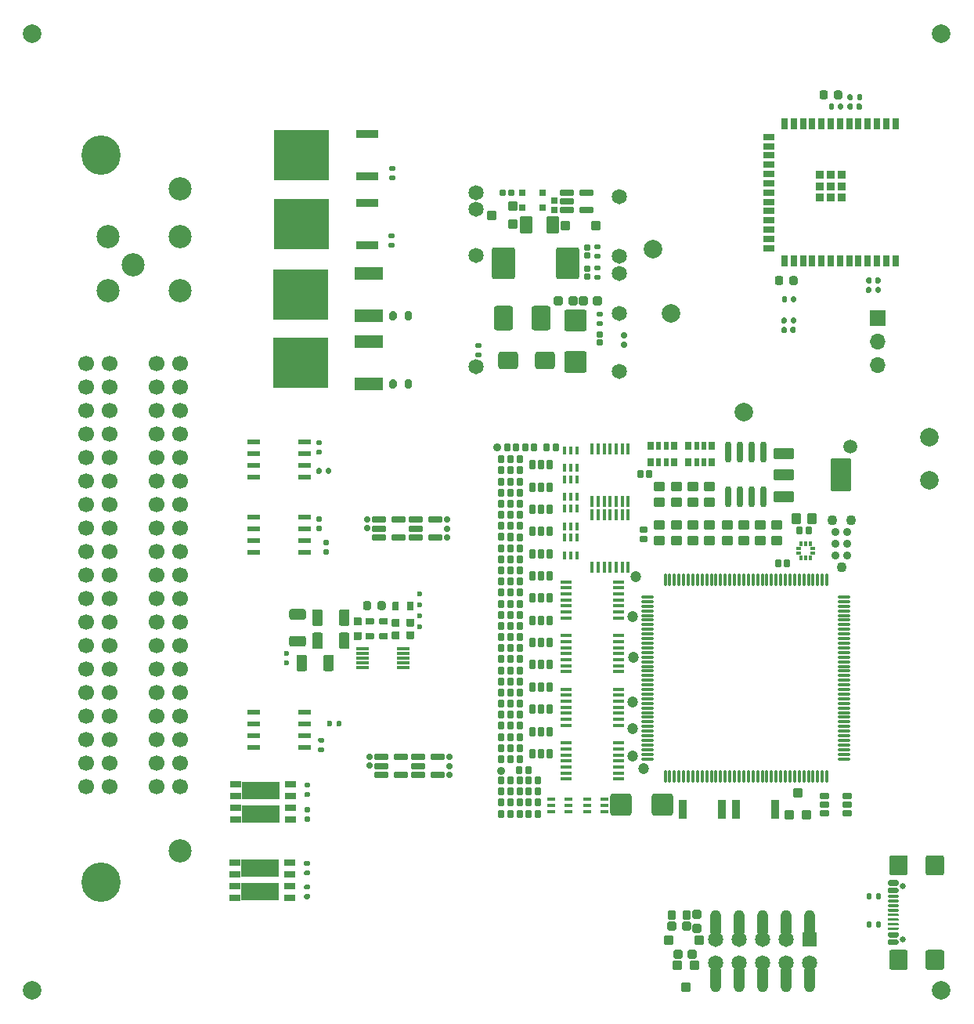
<source format=gts>
G75*
G70*
%OFA0B0*%
%FSLAX25Y25*%
%IPPOS*%
%LPD*%
%AMOC8*
5,1,8,0,0,1.08239X$1,22.5*
%
%AMM13*
21,1,0.041340,0.026770,0.000000,0.000000,0.000000*
21,1,0.029130,0.038980,0.000000,0.000000,0.000000*
1,1,0.012210,0.014570,-0.013390*
1,1,0.012210,-0.014570,-0.013390*
1,1,0.012210,-0.014570,0.013390*
1,1,0.012210,0.014570,0.013390*
%
%AMM136*
21,1,0.038980,0.026770,-0.000000,-0.000000,0.000000*
21,1,0.026770,0.038980,-0.000000,-0.000000,0.000000*
1,1,0.012210,0.013390,-0.013390*
1,1,0.012210,-0.013390,-0.013390*
1,1,0.012210,-0.013390,0.013390*
1,1,0.012210,0.013390,0.013390*
%
%AMM137*
21,1,0.041340,0.026770,-0.000000,-0.000000,180.000000*
21,1,0.029130,0.038980,-0.000000,-0.000000,180.000000*
1,1,0.012210,-0.014570,0.013390*
1,1,0.012210,0.014570,0.013390*
1,1,0.012210,0.014570,-0.013390*
1,1,0.012210,-0.014570,-0.013390*
%
%AMM138*
21,1,0.033070,0.030710,-0.000000,-0.000000,180.000000*
21,1,0.022050,0.041730,-0.000000,-0.000000,180.000000*
1,1,0.011020,-0.011020,0.015350*
1,1,0.011020,0.011020,0.015350*
1,1,0.011020,0.011020,-0.015350*
1,1,0.011020,-0.011020,-0.015350*
%
%AMM139*
21,1,0.040950,0.030320,-0.000000,-0.000000,180.000000*
21,1,0.028350,0.042910,-0.000000,-0.000000,180.000000*
1,1,0.012600,-0.014170,0.015160*
1,1,0.012600,0.014170,0.015160*
1,1,0.012600,0.014170,-0.015160*
1,1,0.012600,-0.014170,-0.015160*
%
%AMM140*
21,1,0.038980,0.026770,-0.000000,-0.000000,90.000000*
21,1,0.026770,0.038980,-0.000000,-0.000000,90.000000*
1,1,0.012210,0.013390,0.013390*
1,1,0.012210,0.013390,-0.013390*
1,1,0.012210,-0.013390,-0.013390*
1,1,0.012210,-0.013390,0.013390*
%
%AMM269*
21,1,0.039370,0.030320,0.000000,-0.000000,0.000000*
21,1,0.028350,0.041340,0.000000,-0.000000,0.000000*
1,1,0.011020,0.014170,-0.015160*
1,1,0.011020,-0.014170,-0.015160*
1,1,0.011020,-0.014170,0.015160*
1,1,0.011020,0.014170,0.015160*
%
%AMM270*
21,1,0.047240,0.075980,0.000000,-0.000000,270.000000*
21,1,0.034650,0.088580,0.000000,-0.000000,270.000000*
1,1,0.012600,-0.037990,-0.017320*
1,1,0.012600,-0.037990,0.017320*
1,1,0.012600,0.037990,0.017320*
1,1,0.012600,0.037990,-0.017320*
%
%AMM271*
21,1,0.047240,0.075990,0.000000,-0.000000,270.000000*
21,1,0.034650,0.088580,0.000000,-0.000000,270.000000*
1,1,0.012600,-0.037990,-0.017320*
1,1,0.012600,-0.037990,0.017320*
1,1,0.012600,0.037990,0.017320*
1,1,0.012600,0.037990,-0.017320*
%
%AMM272*
21,1,0.141730,0.067720,0.000000,-0.000000,270.000000*
21,1,0.120870,0.088580,0.000000,-0.000000,270.000000*
1,1,0.020870,-0.033860,-0.060430*
1,1,0.020870,-0.033860,0.060430*
1,1,0.020870,0.033860,0.060430*
1,1,0.020870,0.033860,-0.060430*
%
%AMM273*
21,1,0.043310,0.035430,0.000000,-0.000000,270.000000*
21,1,0.031500,0.047240,0.000000,-0.000000,270.000000*
1,1,0.011810,-0.017720,-0.015750*
1,1,0.011810,-0.017720,0.015750*
1,1,0.011810,0.017720,0.015750*
1,1,0.011810,0.017720,-0.015750*
%
%AMM274*
21,1,0.027560,0.030710,0.000000,-0.000000,90.000000*
21,1,0.018900,0.039370,0.000000,-0.000000,90.000000*
1,1,0.008660,0.015350,0.009450*
1,1,0.008660,0.015350,-0.009450*
1,1,0.008660,-0.015350,-0.009450*
1,1,0.008660,-0.015350,0.009450*
%
%AMM275*
21,1,0.031500,0.018900,0.000000,-0.000000,90.000000*
21,1,0.022840,0.027560,0.000000,-0.000000,90.000000*
1,1,0.008660,0.009450,0.011420*
1,1,0.008660,0.009450,-0.011420*
1,1,0.008660,-0.009450,-0.011420*
1,1,0.008660,-0.009450,0.011420*
%
%AMM276*
21,1,0.027560,0.030710,0.000000,-0.000000,180.000000*
21,1,0.018900,0.039370,0.000000,-0.000000,180.000000*
1,1,0.008660,-0.009450,0.015350*
1,1,0.008660,0.009450,0.015350*
1,1,0.008660,0.009450,-0.015350*
1,1,0.008660,-0.009450,-0.015350*
%
%AMM277*
21,1,0.090550,0.073230,0.000000,-0.000000,0.000000*
21,1,0.069290,0.094490,0.000000,-0.000000,0.000000*
1,1,0.021260,0.034650,-0.036610*
1,1,0.021260,-0.034650,-0.036610*
1,1,0.021260,-0.034650,0.036610*
1,1,0.021260,0.034650,0.036610*
%
%AMM278*
21,1,0.029530,0.026380,0.000000,-0.000000,0.000000*
21,1,0.020470,0.035430,0.000000,-0.000000,0.000000*
1,1,0.009060,0.010240,-0.013190*
1,1,0.009060,-0.010240,-0.013190*
1,1,0.009060,-0.010240,0.013190*
1,1,0.009060,0.010240,0.013190*
%
%AMM279*
21,1,0.021650,0.027950,0.000000,-0.000000,0.000000*
21,1,0.014170,0.035430,0.000000,-0.000000,0.000000*
1,1,0.007480,0.007090,-0.013980*
1,1,0.007480,-0.007090,-0.013980*
1,1,0.007480,-0.007090,0.013980*
1,1,0.007480,0.007090,0.013980*
%
%AMM280*
21,1,0.035430,0.072440,0.000000,-0.000000,0.000000*
21,1,0.025200,0.082680,0.000000,-0.000000,0.000000*
1,1,0.010240,0.012600,-0.036220*
1,1,0.010240,-0.012600,-0.036220*
1,1,0.010240,-0.012600,0.036220*
1,1,0.010240,0.012600,0.036220*
%
%AMM281*
21,1,0.016540,0.028980,0.000000,-0.000000,0.000000*
21,1,0.010080,0.035430,0.000000,-0.000000,0.000000*
1,1,0.006460,0.005040,-0.014490*
1,1,0.006460,-0.005040,-0.014490*
1,1,0.006460,-0.005040,0.014490*
1,1,0.006460,0.005040,0.014490*
%
%AMM282*
21,1,0.016540,0.028980,0.000000,-0.000000,90.000000*
21,1,0.010080,0.035430,0.000000,-0.000000,90.000000*
1,1,0.006460,0.014490,0.005040*
1,1,0.006460,0.014490,-0.005040*
1,1,0.006460,-0.014490,-0.005040*
1,1,0.006460,-0.014490,0.005040*
%
%AMM283*
21,1,0.043310,0.035430,0.000000,-0.000000,180.000000*
21,1,0.031500,0.047240,0.000000,-0.000000,180.000000*
1,1,0.011810,-0.015750,0.017720*
1,1,0.011810,0.015750,0.017720*
1,1,0.011810,0.015750,-0.017720*
1,1,0.011810,-0.015750,-0.017720*
%
%AMM284*
21,1,0.031500,0.018900,0.000000,-0.000000,0.000000*
21,1,0.022840,0.027560,0.000000,-0.000000,0.000000*
1,1,0.008660,0.011420,-0.009450*
1,1,0.008660,-0.011420,-0.009450*
1,1,0.008660,-0.011420,0.009450*
1,1,0.008660,0.011420,0.009450*
%
%AMM33*
21,1,0.092130,0.073230,0.000000,0.000000,270.000000*
21,1,0.069290,0.096060,0.000000,0.000000,270.000000*
1,1,0.022840,-0.036610,-0.034650*
1,1,0.022840,-0.036610,0.034650*
1,1,0.022840,0.036610,0.034650*
1,1,0.022840,0.036610,-0.034650*
%
%AMM34*
21,1,0.100000,0.111020,0.000000,0.000000,0.000000*
21,1,0.075590,0.135430,0.000000,0.000000,0.000000*
1,1,0.024410,0.037800,-0.055510*
1,1,0.024410,-0.037800,-0.055510*
1,1,0.024410,-0.037800,0.055510*
1,1,0.024410,0.037800,0.055510*
%
%AMM35*
21,1,0.080320,0.083460,0.000000,0.000000,0.000000*
21,1,0.059840,0.103940,0.000000,0.000000,0.000000*
1,1,0.020470,0.029920,-0.041730*
1,1,0.020470,-0.029920,-0.041730*
1,1,0.020470,-0.029920,0.041730*
1,1,0.020470,0.029920,0.041730*
%
%AMM36*
21,1,0.084250,0.053540,0.000000,0.000000,180.000000*
21,1,0.065350,0.072440,0.000000,0.000000,180.000000*
1,1,0.018900,-0.032680,0.026770*
1,1,0.018900,0.032680,0.026770*
1,1,0.018900,0.032680,-0.026770*
1,1,0.018900,-0.032680,-0.026770*
%
%AMM37*
21,1,0.040950,0.030320,0.000000,0.000000,90.000000*
21,1,0.028350,0.042910,0.000000,0.000000,90.000000*
1,1,0.012600,0.015160,0.014170*
1,1,0.012600,0.015160,-0.014170*
1,1,0.012600,-0.015160,-0.014170*
1,1,0.012600,-0.015160,0.014170*
%
%AMM38*
21,1,0.027170,0.052760,0.000000,0.000000,270.000000*
21,1,0.017320,0.062600,0.000000,0.000000,270.000000*
1,1,0.009840,-0.026380,-0.008660*
1,1,0.009840,-0.026380,0.008660*
1,1,0.009840,0.026380,0.008660*
1,1,0.009840,0.026380,-0.008660*
%
%AMM39*
21,1,0.076380,0.036220,0.000000,0.000000,90.000000*
21,1,0.061810,0.050790,0.000000,0.000000,90.000000*
1,1,0.014570,0.018110,0.030910*
1,1,0.014570,0.018110,-0.030910*
1,1,0.014570,-0.018110,-0.030910*
1,1,0.014570,-0.018110,0.030910*
%
%AMM40*
21,1,0.038980,0.026770,0.000000,0.000000,0.000000*
21,1,0.026770,0.038980,0.000000,0.000000,0.000000*
1,1,0.012210,0.013390,-0.013390*
1,1,0.012210,-0.013390,-0.013390*
1,1,0.012210,-0.013390,0.013390*
1,1,0.012210,0.013390,0.013390*
%
%AMM41*
21,1,0.021260,0.016540,0.000000,0.000000,270.000000*
21,1,0.012600,0.025200,0.000000,0.000000,270.000000*
1,1,0.008660,-0.008270,-0.006300*
1,1,0.008660,-0.008270,0.006300*
1,1,0.008660,0.008270,0.006300*
1,1,0.008660,0.008270,-0.006300*
%
%AMM42*
21,1,0.029130,0.018900,0.000000,0.000000,90.000000*
21,1,0.018900,0.029130,0.000000,0.000000,90.000000*
1,1,0.010240,0.009450,0.009450*
1,1,0.010240,0.009450,-0.009450*
1,1,0.010240,-0.009450,-0.009450*
1,1,0.010240,-0.009450,0.009450*
%
%AMM43*
21,1,0.025200,0.019680,0.000000,0.000000,0.000000*
21,1,0.015750,0.029130,0.000000,0.000000,0.000000*
1,1,0.009450,0.007870,-0.009840*
1,1,0.009450,-0.007870,-0.009840*
1,1,0.009450,-0.007870,0.009840*
1,1,0.009450,0.007870,0.009840*
%
%AMM44*
21,1,0.025200,0.019680,0.000000,0.000000,270.000000*
21,1,0.015750,0.029130,0.000000,0.000000,270.000000*
1,1,0.009450,-0.009840,-0.007870*
1,1,0.009450,-0.009840,0.007870*
1,1,0.009450,0.009840,0.007870*
1,1,0.009450,0.009840,-0.007870*
%
%ADD12C,0.02362*%
%ADD121M33*%
%ADD122M34*%
%ADD123M35*%
%ADD124M36*%
%ADD125M37*%
%ADD126M38*%
%ADD127M39*%
%ADD128M40*%
%ADD129M41*%
%ADD130M42*%
%ADD131M43*%
%ADD132M44*%
%ADD133C,0.02913*%
%ADD182O,0.01260X0.05512*%
%ADD183O,0.05512X0.01260*%
%ADD190C,0.03494*%
%ADD194C,0.03543*%
%ADD198O,0.01575X0.04724*%
%ADD199O,0.04724X0.01575*%
%ADD203R,0.01870X0.01772*%
%ADD204R,0.01772X0.01870*%
%ADD207C,0.04294*%
%ADD208C,0.04724*%
%ADD21R,0.05750X0.02100*%
%ADD22C,0.07874*%
%ADD23R,0.12000X0.05500*%
%ADD24R,0.23300X0.21700*%
%ADD244R,0.05512X0.01181*%
%ADD25C,0.05906*%
%ADD280M136*%
%ADD281M137*%
%ADD282M138*%
%ADD283M139*%
%ADD284M140*%
%ADD319O,0.02756X0.09055*%
%ADD35R,0.06693X0.06693*%
%ADD36O,0.06693X0.06693*%
%ADD37C,0.09843*%
%ADD38C,0.06693*%
%ADD39R,0.02800X0.05100*%
%ADD40R,0.05100X0.02800*%
%ADD41R,0.03500X0.03500*%
%ADD42R,0.04528X0.02756*%
%ADD422M269*%
%ADD423M270*%
%ADD424M271*%
%ADD425M272*%
%ADD426M273*%
%ADD427M274*%
%ADD428M275*%
%ADD429M276*%
%ADD43R,0.04724X0.02756*%
%ADD430M277*%
%ADD431M278*%
%ADD432M279*%
%ADD433M280*%
%ADD434M281*%
%ADD435M282*%
%ADD436M283*%
%ADD437M284*%
%ADD44R,0.16142X0.07756*%
%ADD45R,0.09800X0.03700*%
%ADD51C,0.02559*%
%ADD52C,0.16732*%
%ADD92O,0.04567X0.11772*%
%ADD94M13*%
%ADD98C,0.06457*%
%ADD99R,0.06457X0.06457*%
X0000000Y0000000D02*
%LPD*%
G01*
G36*
G01*
X0132362Y0119744D02*
X0132362Y0121201D01*
G75*
G02*
X0132894Y0121732I0000531J0000000D01*
G01*
X0133957Y0121732D01*
G75*
G02*
X0134488Y0121201I0000000J-000531D01*
G01*
X0134488Y0119744D01*
G75*
G02*
X0133957Y0119213I-000531J0000000D01*
G01*
X0132894Y0119213D01*
G75*
G02*
X0132362Y0119744I0000000J0000531D01*
G01*
G37*
G36*
G01*
X0136378Y0119744D02*
X0136378Y0121201D01*
G75*
G02*
X0136909Y0121732I0000531J0000000D01*
G01*
X0137972Y0121732D01*
G75*
G02*
X0138504Y0121201I0000000J-000531D01*
G01*
X0138504Y0119744D01*
G75*
G02*
X0137972Y0119213I-000531J0000000D01*
G01*
X0136909Y0119213D01*
G75*
G02*
X0136378Y0119744I0000000J0000531D01*
G01*
G37*
D12*
X0183618Y0207232D03*
X0183618Y0203492D03*
X0183618Y0199752D03*
X0149366Y0203689D03*
X0149366Y0207232D03*
G36*
G01*
X0168575Y0295083D02*
X0168575Y0292917D01*
G75*
G02*
X0167787Y0292130I-000787J0000000D01*
G01*
X0166213Y0292130D01*
G75*
G02*
X0165425Y0292917I0000000J0000787D01*
G01*
X0165425Y0295083D01*
G75*
G02*
X0166213Y0295870I0000787J0000000D01*
G01*
X0167787Y0295870D01*
G75*
G02*
X0168575Y0295083I0000000J-000787D01*
G01*
G37*
G36*
G01*
X0162079Y0295083D02*
X0162079Y0292917D01*
G75*
G02*
X0161291Y0292130I-000787J0000000D01*
G01*
X0159717Y0292130D01*
G75*
G02*
X0158929Y0292917I0000000J0000787D01*
G01*
X0158929Y0295083D01*
G75*
G02*
X0159717Y0295870I0000787J0000000D01*
G01*
X0161291Y0295870D01*
G75*
G02*
X0162079Y0295083I0000000J-000787D01*
G01*
G37*
D22*
X0394000Y0007000D03*
G36*
G01*
X0160965Y0351654D02*
X0159508Y0351654D01*
G75*
G02*
X0158976Y0352185I0000000J0000531D01*
G01*
X0158976Y0353248D01*
G75*
G02*
X0159508Y0353780I0000531J0000000D01*
G01*
X0160965Y0353780D01*
G75*
G02*
X0161496Y0353248I0000000J-000531D01*
G01*
X0161496Y0352185D01*
G75*
G02*
X0160965Y0351654I-000531J0000000D01*
G01*
G37*
G36*
G01*
X0160965Y0355669D02*
X0159508Y0355669D01*
G75*
G02*
X0158976Y0356201I0000000J0000531D01*
G01*
X0158976Y0357264D01*
G75*
G02*
X0159508Y0357795I0000531J0000000D01*
G01*
X0160965Y0357795D01*
G75*
G02*
X0161496Y0357264I0000000J-000531D01*
G01*
X0161496Y0356201D01*
G75*
G02*
X0160965Y0355669I-000531J0000000D01*
G01*
G37*
D12*
X0171839Y0166366D03*
X0171839Y0161642D03*
X0171839Y0171091D03*
X0171839Y0175815D03*
X0115047Y0150382D03*
X0115047Y0146445D03*
G36*
G01*
X0326118Y0300331D02*
X0326118Y0301669D01*
G75*
G02*
X0326669Y0302220I0000551J0000000D01*
G01*
X0327772Y0302220D01*
G75*
G02*
X0328323Y0301669I0000000J-000551D01*
G01*
X0328323Y0300331D01*
G75*
G02*
X0327772Y0299780I-000551J0000000D01*
G01*
X0326669Y0299780D01*
G75*
G02*
X0326118Y0300331I0000000J0000551D01*
G01*
G37*
G36*
G01*
X0329898Y0300331D02*
X0329898Y0301669D01*
G75*
G02*
X0330449Y0302220I0000551J0000000D01*
G01*
X0331551Y0302220D01*
G75*
G02*
X0332102Y0301669I0000000J-000551D01*
G01*
X0332102Y0300331D01*
G75*
G02*
X0331551Y0299780I-000551J0000000D01*
G01*
X0330449Y0299780D01*
G75*
G02*
X0329898Y0300331I0000000J0000551D01*
G01*
G37*
D21*
X0122725Y0225500D03*
X0122725Y0230500D03*
X0122725Y0235500D03*
X0122725Y0240500D03*
X0101275Y0240500D03*
X0101275Y0235500D03*
X0101275Y0230500D03*
X0101275Y0225500D03*
G36*
G01*
X0331988Y0288679D02*
X0331988Y0287321D01*
G75*
G02*
X0331407Y0286740I-000581J0000000D01*
G01*
X0330246Y0286740D01*
G75*
G02*
X0329665Y0287321I0000000J0000581D01*
G01*
X0329665Y0288679D01*
G75*
G02*
X0330246Y0289260I0000581J0000000D01*
G01*
X0331407Y0289260D01*
G75*
G02*
X0331988Y0288679I0000000J-000581D01*
G01*
G37*
G36*
G01*
X0328169Y0288679D02*
X0328169Y0287321D01*
G75*
G02*
X0327589Y0286740I-000581J0000000D01*
G01*
X0326427Y0286740D01*
G75*
G02*
X0325846Y0287321I0000000J0000581D01*
G01*
X0325846Y0288679D01*
G75*
G02*
X0326427Y0289260I0000581J0000000D01*
G01*
X0327589Y0289260D01*
G75*
G02*
X0328169Y0288679I0000000J-000581D01*
G01*
G37*
G36*
G01*
X0132728Y0192429D02*
X0131272Y0192429D01*
G75*
G02*
X0130740Y0192961I0000000J0000531D01*
G01*
X0130740Y0194024D01*
G75*
G02*
X0131272Y0194555I0000531J0000000D01*
G01*
X0132728Y0194555D01*
G75*
G02*
X0133260Y0194024I0000000J-000531D01*
G01*
X0133260Y0192961D01*
G75*
G02*
X0132728Y0192429I-000531J0000000D01*
G01*
G37*
G36*
G01*
X0132728Y0196445D02*
X0131272Y0196445D01*
G75*
G02*
X0130740Y0196976I0000000J0000531D01*
G01*
X0130740Y0198039D01*
G75*
G02*
X0131272Y0198571I0000531J0000000D01*
G01*
X0132728Y0198571D01*
G75*
G02*
X0133260Y0198039I0000000J-000531D01*
G01*
X0133260Y0196976D01*
G75*
G02*
X0132728Y0196445I-000531J0000000D01*
G01*
G37*
D22*
X0271063Y0322441D03*
D23*
X0150300Y0264984D03*
D24*
X0121350Y0274000D03*
D23*
X0150300Y0283016D03*
G36*
G01*
X0123189Y0062028D02*
X0124646Y0062028D01*
G75*
G02*
X0125177Y0061496I0000000J-000531D01*
G01*
X0125177Y0060433D01*
G75*
G02*
X0124646Y0059902I-000531J0000000D01*
G01*
X0123189Y0059902D01*
G75*
G02*
X0122657Y0060433I0000000J0000531D01*
G01*
X0122657Y0061496D01*
G75*
G02*
X0123189Y0062028I0000531J0000000D01*
G01*
G37*
G36*
G01*
X0123189Y0058012D02*
X0124646Y0058012D01*
G75*
G02*
X0125177Y0057480I0000000J-000531D01*
G01*
X0125177Y0056417D01*
G75*
G02*
X0124646Y0055886I-000531J0000000D01*
G01*
X0123189Y0055886D01*
G75*
G02*
X0122657Y0056417I0000000J0000531D01*
G01*
X0122657Y0057480D01*
G75*
G02*
X0123189Y0058012I0000531J0000000D01*
G01*
G37*
D22*
X0394000Y0414000D03*
D23*
X0150300Y0293984D03*
D24*
X0121350Y0303000D03*
D23*
X0150300Y0312016D03*
G36*
G01*
X0346118Y0382331D02*
X0346118Y0383669D01*
G75*
G02*
X0346669Y0384220I0000551J0000000D01*
G01*
X0347772Y0384220D01*
G75*
G02*
X0348323Y0383669I0000000J-000551D01*
G01*
X0348323Y0382331D01*
G75*
G02*
X0347772Y0381780I-000551J0000000D01*
G01*
X0346669Y0381780D01*
G75*
G02*
X0346118Y0382331I0000000J0000551D01*
G01*
G37*
G36*
G01*
X0349898Y0382331D02*
X0349898Y0383669D01*
G75*
G02*
X0350449Y0384220I0000551J0000000D01*
G01*
X0351551Y0384220D01*
G75*
G02*
X0352102Y0383669I0000000J-000551D01*
G01*
X0352102Y0382331D01*
G75*
G02*
X0351551Y0381780I-000551J0000000D01*
G01*
X0350449Y0381780D01*
G75*
G02*
X0349898Y0382331I0000000J0000551D01*
G01*
G37*
G36*
G01*
X0129728Y0234937D02*
X0128272Y0234937D01*
G75*
G02*
X0127740Y0235469I0000000J0000531D01*
G01*
X0127740Y0236531D01*
G75*
G02*
X0128272Y0237063I0000531J0000000D01*
G01*
X0129728Y0237063D01*
G75*
G02*
X0130260Y0236531I0000000J-000531D01*
G01*
X0130260Y0235469D01*
G75*
G02*
X0129728Y0234937I-000531J0000000D01*
G01*
G37*
G36*
G01*
X0129728Y0238953D02*
X0128272Y0238953D01*
G75*
G02*
X0127740Y0239484I0000000J0000531D01*
G01*
X0127740Y0240547D01*
G75*
G02*
X0128272Y0241079I0000531J0000000D01*
G01*
X0129728Y0241079D01*
G75*
G02*
X0130260Y0240547I0000000J-000531D01*
G01*
X0130260Y0239484D01*
G75*
G02*
X0129728Y0238953I-000531J0000000D01*
G01*
G37*
G36*
G01*
X0127929Y0227272D02*
X0127929Y0228728D01*
G75*
G02*
X0128461Y0229260I0000531J0000000D01*
G01*
X0129524Y0229260D01*
G75*
G02*
X0130055Y0228728I0000000J-000531D01*
G01*
X0130055Y0227272D01*
G75*
G02*
X0129524Y0226740I-000531J0000000D01*
G01*
X0128461Y0226740D01*
G75*
G02*
X0127929Y0227272I0000000J0000531D01*
G01*
G37*
G36*
G01*
X0131945Y0227272D02*
X0131945Y0228728D01*
G75*
G02*
X0132476Y0229260I0000531J0000000D01*
G01*
X0133539Y0229260D01*
G75*
G02*
X0134071Y0228728I0000000J-000531D01*
G01*
X0134071Y0227272D01*
G75*
G02*
X0133539Y0226740I-000531J0000000D01*
G01*
X0132476Y0226740D01*
G75*
G02*
X0131945Y0227272I0000000J0000531D01*
G01*
G37*
D25*
X0257000Y0344713D03*
X0257000Y0319516D03*
X0257000Y0312035D03*
X0257000Y0295106D03*
D12*
X0258772Y0285657D03*
X0258772Y0281720D03*
D25*
X0257000Y0270500D03*
X0195976Y0346484D03*
X0195976Y0339201D03*
X0195976Y0319713D03*
X0195976Y0272272D03*
G36*
G01*
X0160571Y0322874D02*
X0159114Y0322874D01*
G75*
G02*
X0158583Y0323406I0000000J0000531D01*
G01*
X0158583Y0324469D01*
G75*
G02*
X0159114Y0325000I0000531J0000000D01*
G01*
X0160571Y0325000D01*
G75*
G02*
X0161102Y0324469I0000000J-000531D01*
G01*
X0161102Y0323406D01*
G75*
G02*
X0160571Y0322874I-000531J0000000D01*
G01*
G37*
G36*
G01*
X0160571Y0326890D02*
X0159114Y0326890D01*
G75*
G02*
X0158583Y0327421I0000000J0000531D01*
G01*
X0158583Y0328484D01*
G75*
G02*
X0159114Y0329016I0000531J0000000D01*
G01*
X0160571Y0329016D01*
G75*
G02*
X0161102Y0328484I0000000J-000531D01*
G01*
X0161102Y0327421D01*
G75*
G02*
X0160571Y0326890I-000531J0000000D01*
G01*
G37*
D22*
X0279000Y0295000D03*
G36*
G01*
X0325937Y0291272D02*
X0325937Y0292728D01*
G75*
G02*
X0326469Y0293260I0000531J0000000D01*
G01*
X0327531Y0293260D01*
G75*
G02*
X0328063Y0292728I0000000J-000531D01*
G01*
X0328063Y0291272D01*
G75*
G02*
X0327531Y0290740I-000531J0000000D01*
G01*
X0326469Y0290740D01*
G75*
G02*
X0325937Y0291272I0000000J0000531D01*
G01*
G37*
G36*
G01*
X0329953Y0291272D02*
X0329953Y0292728D01*
G75*
G02*
X0330484Y0293260I0000531J0000000D01*
G01*
X0331547Y0293260D01*
G75*
G02*
X0332079Y0292728I0000000J-000531D01*
G01*
X0332079Y0291272D01*
G75*
G02*
X0331547Y0290740I-000531J0000000D01*
G01*
X0330484Y0290740D01*
G75*
G02*
X0329953Y0291272I0000000J0000531D01*
G01*
G37*
G36*
G01*
X0130650Y0108346D02*
X0129193Y0108346D01*
G75*
G02*
X0128661Y0108878I0000000J0000531D01*
G01*
X0128661Y0109941D01*
G75*
G02*
X0129193Y0110472I0000531J0000000D01*
G01*
X0130650Y0110472D01*
G75*
G02*
X0131181Y0109941I0000000J-000531D01*
G01*
X0131181Y0108878D01*
G75*
G02*
X0130650Y0108346I-000531J0000000D01*
G01*
G37*
G36*
G01*
X0130650Y0112362D02*
X0129193Y0112362D01*
G75*
G02*
X0128661Y0112894I0000000J0000531D01*
G01*
X0128661Y0113957D01*
G75*
G02*
X0129193Y0114488I0000531J0000000D01*
G01*
X0130650Y0114488D01*
G75*
G02*
X0131181Y0113957I0000000J-000531D01*
G01*
X0131181Y0112894D01*
G75*
G02*
X0130650Y0112362I-000531J0000000D01*
G01*
G37*
G36*
G01*
X0361929Y0304272D02*
X0361929Y0305728D01*
G75*
G02*
X0362461Y0306260I0000531J0000000D01*
G01*
X0363524Y0306260D01*
G75*
G02*
X0364055Y0305728I0000000J-000531D01*
G01*
X0364055Y0304272D01*
G75*
G02*
X0363524Y0303740I-000531J0000000D01*
G01*
X0362461Y0303740D01*
G75*
G02*
X0361929Y0304272I0000000J0000531D01*
G01*
G37*
G36*
G01*
X0365945Y0304272D02*
X0365945Y0305728D01*
G75*
G02*
X0366476Y0306260I0000531J0000000D01*
G01*
X0367539Y0306260D01*
G75*
G02*
X0368071Y0305728I0000000J-000531D01*
G01*
X0368071Y0304272D01*
G75*
G02*
X0367539Y0303740I-000531J0000000D01*
G01*
X0366476Y0303740D01*
G75*
G02*
X0365945Y0304272I0000000J0000531D01*
G01*
G37*
X0007000Y0007000D03*
X0007000Y0414000D03*
G36*
G01*
X0123287Y0084961D02*
X0124744Y0084961D01*
G75*
G02*
X0125276Y0084429I0000000J-000531D01*
G01*
X0125276Y0083366D01*
G75*
G02*
X0124744Y0082835I-000531J0000000D01*
G01*
X0123287Y0082835D01*
G75*
G02*
X0122756Y0083366I0000000J0000531D01*
G01*
X0122756Y0084429D01*
G75*
G02*
X0123287Y0084961I0000531J0000000D01*
G01*
G37*
G36*
G01*
X0123287Y0080945D02*
X0124744Y0080945D01*
G75*
G02*
X0125276Y0080413I0000000J-000531D01*
G01*
X0125276Y0079350D01*
G75*
G02*
X0124744Y0078819I-000531J0000000D01*
G01*
X0123287Y0078819D01*
G75*
G02*
X0122756Y0079350I0000000J0000531D01*
G01*
X0122756Y0080413D01*
G75*
G02*
X0123287Y0080945I0000531J0000000D01*
G01*
G37*
G36*
G01*
X0123287Y0095394D02*
X0124744Y0095394D01*
G75*
G02*
X0125276Y0094862I0000000J-000531D01*
G01*
X0125276Y0093799D01*
G75*
G02*
X0124744Y0093268I-000531J0000000D01*
G01*
X0123287Y0093268D01*
G75*
G02*
X0122756Y0093799I0000000J0000531D01*
G01*
X0122756Y0094862D01*
G75*
G02*
X0123287Y0095394I0000531J0000000D01*
G01*
G37*
G36*
G01*
X0123287Y0091378D02*
X0124744Y0091378D01*
G75*
G02*
X0125276Y0090846I0000000J-000531D01*
G01*
X0125276Y0089783D01*
G75*
G02*
X0124744Y0089252I-000531J0000000D01*
G01*
X0123287Y0089252D01*
G75*
G02*
X0122756Y0089783I0000000J0000531D01*
G01*
X0122756Y0090846D01*
G75*
G02*
X0123287Y0091378I0000531J0000000D01*
G01*
G37*
G36*
G01*
X0354020Y0386272D02*
X0354020Y0387728D01*
G75*
G02*
X0354551Y0388260I0000531J0000000D01*
G01*
X0355614Y0388260D01*
G75*
G02*
X0356146Y0387728I0000000J-000531D01*
G01*
X0356146Y0386272D01*
G75*
G02*
X0355614Y0385740I-000531J0000000D01*
G01*
X0354551Y0385740D01*
G75*
G02*
X0354020Y0386272I0000000J0000531D01*
G01*
G37*
G36*
G01*
X0358035Y0386272D02*
X0358035Y0387728D01*
G75*
G02*
X0358567Y0388260I0000531J0000000D01*
G01*
X0359630Y0388260D01*
G75*
G02*
X0360161Y0387728I0000000J-000531D01*
G01*
X0360161Y0386272D01*
G75*
G02*
X0359630Y0385740I-000531J0000000D01*
G01*
X0358567Y0385740D01*
G75*
G02*
X0358035Y0386272I0000000J0000531D01*
G01*
G37*
X0309843Y0253150D03*
G36*
G01*
X0323126Y0308016D02*
X0323126Y0309984D01*
G75*
G02*
X0324012Y0310870I0000886J0000000D01*
G01*
X0325783Y0310870D01*
G75*
G02*
X0326669Y0309984I0000000J-000886D01*
G01*
X0326669Y0308016D01*
G75*
G02*
X0325783Y0307130I-000886J0000000D01*
G01*
X0324012Y0307130D01*
G75*
G02*
X0323126Y0308016I0000000J0000886D01*
G01*
G37*
G36*
G01*
X0329228Y0308016D02*
X0329228Y0309984D01*
G75*
G02*
X0330114Y0310870I0000886J0000000D01*
G01*
X0331886Y0310870D01*
G75*
G02*
X0332772Y0309984I0000000J-000886D01*
G01*
X0332772Y0308016D01*
G75*
G02*
X0331886Y0307130I-000886J0000000D01*
G01*
X0330114Y0307130D01*
G75*
G02*
X0329228Y0308016I0000000J0000886D01*
G01*
G37*
G36*
G01*
X0342126Y0387016D02*
X0342126Y0388984D01*
G75*
G02*
X0343012Y0389870I0000886J0000000D01*
G01*
X0344783Y0389870D01*
G75*
G02*
X0345669Y0388984I0000000J-000886D01*
G01*
X0345669Y0387016D01*
G75*
G02*
X0344783Y0386130I-000886J0000000D01*
G01*
X0343012Y0386130D01*
G75*
G02*
X0342126Y0387016I0000000J0000886D01*
G01*
G37*
G36*
G01*
X0348228Y0387016D02*
X0348228Y0388984D01*
G75*
G02*
X0349114Y0389870I0000886J0000000D01*
G01*
X0350886Y0389870D01*
G75*
G02*
X0351772Y0388984I0000000J-000886D01*
G01*
X0351772Y0387016D01*
G75*
G02*
X0350886Y0386130I-000886J0000000D01*
G01*
X0349114Y0386130D01*
G75*
G02*
X0348228Y0387016I0000000J0000886D01*
G01*
G37*
G36*
G01*
X0354020Y0382321D02*
X0354020Y0383679D01*
G75*
G02*
X0354600Y0384260I0000581J0000000D01*
G01*
X0355762Y0384260D01*
G75*
G02*
X0356343Y0383679I0000000J-000581D01*
G01*
X0356343Y0382321D01*
G75*
G02*
X0355762Y0381740I-000581J0000000D01*
G01*
X0354600Y0381740D01*
G75*
G02*
X0354020Y0382321I0000000J0000581D01*
G01*
G37*
G36*
G01*
X0357839Y0382321D02*
X0357839Y0383679D01*
G75*
G02*
X0358419Y0384260I0000581J0000000D01*
G01*
X0359581Y0384260D01*
G75*
G02*
X0360161Y0383679I0000000J-000581D01*
G01*
X0360161Y0382321D01*
G75*
G02*
X0359581Y0381740I-000581J0000000D01*
G01*
X0358419Y0381740D01*
G75*
G02*
X0357839Y0382321I0000000J0000581D01*
G01*
G37*
D21*
X0122725Y0193500D03*
X0122725Y0198500D03*
X0122725Y0203500D03*
X0122725Y0208500D03*
X0101275Y0208500D03*
X0101275Y0203500D03*
X0101275Y0198500D03*
X0101275Y0193500D03*
X0122725Y0110500D03*
X0122725Y0115500D03*
X0122725Y0120500D03*
X0122725Y0125500D03*
X0101275Y0125500D03*
X0101275Y0120500D03*
X0101275Y0115500D03*
X0101275Y0110500D03*
D51*
X0377687Y0028724D03*
X0377687Y0051480D03*
G36*
G01*
X0375128Y0026322D02*
X0371782Y0026322D01*
G75*
G02*
X0371191Y0026913I0000000J0000591D01*
G01*
X0371191Y0028094D01*
G75*
G02*
X0371782Y0028684I0000591J0000000D01*
G01*
X0375128Y0028684D01*
G75*
G02*
X0375719Y0028094I0000000J-000591D01*
G01*
X0375719Y0026913D01*
G75*
G02*
X0375128Y0026322I-000591J0000000D01*
G01*
G37*
G36*
G01*
X0375128Y0029472D02*
X0371782Y0029472D01*
G75*
G02*
X0371191Y0030062I0000000J0000591D01*
G01*
X0371191Y0031243D01*
G75*
G02*
X0371782Y0031834I0000591J0000000D01*
G01*
X0375128Y0031834D01*
G75*
G02*
X0375719Y0031243I0000000J-000591D01*
G01*
X0375719Y0030062D01*
G75*
G02*
X0375128Y0029472I-000591J0000000D01*
G01*
G37*
G36*
G01*
X0375423Y0034590D02*
X0371486Y0034590D01*
G75*
G02*
X0371191Y0034885I0000000J0000295D01*
G01*
X0371191Y0035476D01*
G75*
G02*
X0371486Y0035771I0000295J0000000D01*
G01*
X0375423Y0035771D01*
G75*
G02*
X0375719Y0035476I0000000J-000295D01*
G01*
X0375719Y0034885D01*
G75*
G02*
X0375423Y0034590I-000295J0000000D01*
G01*
G37*
G36*
G01*
X0375423Y0038527D02*
X0371486Y0038527D01*
G75*
G02*
X0371191Y0038822I0000000J0000295D01*
G01*
X0371191Y0039413D01*
G75*
G02*
X0371486Y0039708I0000295J0000000D01*
G01*
X0375423Y0039708D01*
G75*
G02*
X0375719Y0039413I0000000J-000295D01*
G01*
X0375719Y0038822D01*
G75*
G02*
X0375423Y0038527I-000295J0000000D01*
G01*
G37*
G36*
G01*
X0375423Y0040495D02*
X0371486Y0040495D01*
G75*
G02*
X0371191Y0040791I0000000J0000295D01*
G01*
X0371191Y0041381D01*
G75*
G02*
X0371486Y0041676I0000295J0000000D01*
G01*
X0375423Y0041676D01*
G75*
G02*
X0375719Y0041381I0000000J-000295D01*
G01*
X0375719Y0040791D01*
G75*
G02*
X0375423Y0040495I-000295J0000000D01*
G01*
G37*
G36*
G01*
X0375423Y0044432D02*
X0371486Y0044432D01*
G75*
G02*
X0371191Y0044728I0000000J0000295D01*
G01*
X0371191Y0045318D01*
G75*
G02*
X0371486Y0045613I0000295J0000000D01*
G01*
X0375423Y0045613D01*
G75*
G02*
X0375719Y0045318I0000000J-000295D01*
G01*
X0375719Y0044728D01*
G75*
G02*
X0375423Y0044432I-000295J0000000D01*
G01*
G37*
G36*
G01*
X0375128Y0048369D02*
X0371782Y0048369D01*
G75*
G02*
X0371191Y0048960I0000000J0000591D01*
G01*
X0371191Y0050141D01*
G75*
G02*
X0371782Y0050732I0000591J0000000D01*
G01*
X0375128Y0050732D01*
G75*
G02*
X0375719Y0050141I0000000J-000591D01*
G01*
X0375719Y0048960D01*
G75*
G02*
X0375128Y0048369I-000591J0000000D01*
G01*
G37*
G36*
G01*
X0375128Y0051519D02*
X0371782Y0051519D01*
G75*
G02*
X0371191Y0052110I0000000J0000591D01*
G01*
X0371191Y0053291D01*
G75*
G02*
X0371782Y0053881I0000591J0000000D01*
G01*
X0375128Y0053881D01*
G75*
G02*
X0375719Y0053291I0000000J-000591D01*
G01*
X0375719Y0052110D01*
G75*
G02*
X0375128Y0051519I-000591J0000000D01*
G01*
G37*
G36*
G01*
X0375128Y0051519D02*
X0371782Y0051519D01*
G75*
G02*
X0371191Y0052110I0000000J0000591D01*
G01*
X0371191Y0053291D01*
G75*
G02*
X0371782Y0053881I0000591J0000000D01*
G01*
X0375128Y0053881D01*
G75*
G02*
X0375719Y0053291I0000000J-000591D01*
G01*
X0375719Y0052110D01*
G75*
G02*
X0375128Y0051519I-000591J0000000D01*
G01*
G37*
G36*
G01*
X0375128Y0048369D02*
X0371782Y0048369D01*
G75*
G02*
X0371191Y0048960I0000000J0000591D01*
G01*
X0371191Y0050141D01*
G75*
G02*
X0371782Y0050732I0000591J0000000D01*
G01*
X0375128Y0050732D01*
G75*
G02*
X0375719Y0050141I0000000J-000591D01*
G01*
X0375719Y0048960D01*
G75*
G02*
X0375128Y0048369I-000591J0000000D01*
G01*
G37*
G36*
G01*
X0375423Y0046401D02*
X0371486Y0046401D01*
G75*
G02*
X0371191Y0046696I0000000J0000295D01*
G01*
X0371191Y0047287D01*
G75*
G02*
X0371486Y0047582I0000295J0000000D01*
G01*
X0375423Y0047582D01*
G75*
G02*
X0375719Y0047287I0000000J-000295D01*
G01*
X0375719Y0046696D01*
G75*
G02*
X0375423Y0046401I-000295J0000000D01*
G01*
G37*
G36*
G01*
X0375423Y0042464D02*
X0371486Y0042464D01*
G75*
G02*
X0371191Y0042759I0000000J0000295D01*
G01*
X0371191Y0043350D01*
G75*
G02*
X0371486Y0043645I0000295J0000000D01*
G01*
X0375423Y0043645D01*
G75*
G02*
X0375719Y0043350I0000000J-000295D01*
G01*
X0375719Y0042759D01*
G75*
G02*
X0375423Y0042464I-000295J0000000D01*
G01*
G37*
G36*
G01*
X0375423Y0036558D02*
X0371486Y0036558D01*
G75*
G02*
X0371191Y0036854I0000000J0000295D01*
G01*
X0371191Y0037444D01*
G75*
G02*
X0371486Y0037739I0000295J0000000D01*
G01*
X0375423Y0037739D01*
G75*
G02*
X0375719Y0037444I0000000J-000295D01*
G01*
X0375719Y0036854D01*
G75*
G02*
X0375423Y0036558I-000295J0000000D01*
G01*
G37*
G36*
G01*
X0375423Y0032621D02*
X0371486Y0032621D01*
G75*
G02*
X0371191Y0032917I0000000J0000295D01*
G01*
X0371191Y0033507D01*
G75*
G02*
X0371486Y0033802I0000295J0000000D01*
G01*
X0375423Y0033802D01*
G75*
G02*
X0375719Y0033507I0000000J-000295D01*
G01*
X0375719Y0032917D01*
G75*
G02*
X0375423Y0032621I-000295J0000000D01*
G01*
G37*
G36*
G01*
X0375128Y0029472D02*
X0371782Y0029472D01*
G75*
G02*
X0371191Y0030062I0000000J0000591D01*
G01*
X0371191Y0031243D01*
G75*
G02*
X0371782Y0031834I0000591J0000000D01*
G01*
X0375128Y0031834D01*
G75*
G02*
X0375719Y0031243I0000000J-000591D01*
G01*
X0375719Y0030062D01*
G75*
G02*
X0375128Y0029472I-000591J0000000D01*
G01*
G37*
G36*
G01*
X0375128Y0026322D02*
X0371782Y0026322D01*
G75*
G02*
X0371191Y0026913I0000000J0000591D01*
G01*
X0371191Y0028094D01*
G75*
G02*
X0371782Y0028684I0000591J0000000D01*
G01*
X0375128Y0028684D01*
G75*
G02*
X0375719Y0028094I0000000J-000591D01*
G01*
X0375719Y0026913D01*
G75*
G02*
X0375128Y0026322I-000591J0000000D01*
G01*
G37*
G36*
G01*
X0378671Y0015692D02*
X0372766Y0015692D01*
G75*
G02*
X0371782Y0016676I0000000J0000984D01*
G01*
X0371782Y0023291D01*
G75*
G02*
X0372766Y0024275I0000984J0000000D01*
G01*
X0378671Y0024275D01*
G75*
G02*
X0379656Y0023291I0000000J-000984D01*
G01*
X0379656Y0016676D01*
G75*
G02*
X0378671Y0015692I-000984J0000000D01*
G01*
G37*
G36*
G01*
X0394144Y0015692D02*
X0388238Y0015692D01*
G75*
G02*
X0387254Y0016676I0000000J0000984D01*
G01*
X0387254Y0023291D01*
G75*
G02*
X0388238Y0024275I0000984J0000000D01*
G01*
X0394144Y0024275D01*
G75*
G02*
X0395128Y0023291I0000000J-000984D01*
G01*
X0395128Y0016676D01*
G75*
G02*
X0394144Y0015692I-000984J0000000D01*
G01*
G37*
G36*
G01*
X0378671Y0055928D02*
X0372766Y0055928D01*
G75*
G02*
X0371782Y0056913I0000000J0000984D01*
G01*
X0371782Y0063527D01*
G75*
G02*
X0372766Y0064511I0000984J0000000D01*
G01*
X0378671Y0064511D01*
G75*
G02*
X0379656Y0063527I0000000J-000984D01*
G01*
X0379656Y0056913D01*
G75*
G02*
X0378671Y0055928I-000984J0000000D01*
G01*
G37*
G36*
G01*
X0394144Y0055928D02*
X0388238Y0055928D01*
G75*
G02*
X0387254Y0056913I0000000J0000984D01*
G01*
X0387254Y0063527D01*
G75*
G02*
X0388238Y0064511I0000984J0000000D01*
G01*
X0394144Y0064511D01*
G75*
G02*
X0395128Y0063527I0000000J-000984D01*
G01*
X0395128Y0056913D01*
G75*
G02*
X0394144Y0055928I-000984J0000000D01*
G01*
G37*
G36*
G01*
X0368211Y0035712D02*
X0368211Y0034255D01*
G75*
G02*
X0367679Y0033724I-000531J0000000D01*
G01*
X0366616Y0033724D01*
G75*
G02*
X0366085Y0034255I0000000J0000531D01*
G01*
X0366085Y0035712D01*
G75*
G02*
X0366616Y0036243I0000531J0000000D01*
G01*
X0367679Y0036243D01*
G75*
G02*
X0368211Y0035712I0000000J-000531D01*
G01*
G37*
G36*
G01*
X0364195Y0035712D02*
X0364195Y0034255D01*
G75*
G02*
X0363663Y0033724I-000531J0000000D01*
G01*
X0362601Y0033724D01*
G75*
G02*
X0362069Y0034255I0000000J0000531D01*
G01*
X0362069Y0035712D01*
G75*
G02*
X0362601Y0036243I0000531J0000000D01*
G01*
X0363663Y0036243D01*
G75*
G02*
X0364195Y0035712I0000000J-000531D01*
G01*
G37*
G36*
G01*
X0361921Y0308321D02*
X0361921Y0309679D01*
G75*
G02*
X0362502Y0310260I0000581J0000000D01*
G01*
X0363663Y0310260D01*
G75*
G02*
X0364244Y0309679I0000000J-000581D01*
G01*
X0364244Y0308321D01*
G75*
G02*
X0363663Y0307740I-000581J0000000D01*
G01*
X0362502Y0307740D01*
G75*
G02*
X0361921Y0308321I0000000J0000581D01*
G01*
G37*
G36*
G01*
X0365740Y0308321D02*
X0365740Y0309679D01*
G75*
G02*
X0366321Y0310260I0000581J0000000D01*
G01*
X0367482Y0310260D01*
G75*
G02*
X0368063Y0309679I0000000J-000581D01*
G01*
X0368063Y0308321D01*
G75*
G02*
X0367482Y0307740I-000581J0000000D01*
G01*
X0366321Y0307740D01*
G75*
G02*
X0365740Y0308321I0000000J0000581D01*
G01*
G37*
D22*
X0388976Y0242520D03*
X0389000Y0224000D03*
G36*
G01*
X0168575Y0266083D02*
X0168575Y0263917D01*
G75*
G02*
X0167787Y0263130I-000787J0000000D01*
G01*
X0166213Y0263130D01*
G75*
G02*
X0165425Y0263917I0000000J0000787D01*
G01*
X0165425Y0266083D01*
G75*
G02*
X0166213Y0266870I0000787J0000000D01*
G01*
X0167787Y0266870D01*
G75*
G02*
X0168575Y0266083I0000000J-000787D01*
G01*
G37*
G36*
G01*
X0162079Y0266083D02*
X0162079Y0263917D01*
G75*
G02*
X0161291Y0263130I-000787J0000000D01*
G01*
X0159717Y0263130D01*
G75*
G02*
X0158929Y0263917I0000000J0000787D01*
G01*
X0158929Y0266083D01*
G75*
G02*
X0159717Y0266870I0000787J0000000D01*
G01*
X0161291Y0266870D01*
G75*
G02*
X0162079Y0266083I0000000J-000787D01*
G01*
G37*
G36*
G01*
X0368219Y0047712D02*
X0368219Y0046255D01*
G75*
G02*
X0367687Y0045724I-000531J0000000D01*
G01*
X0366624Y0045724D01*
G75*
G02*
X0366093Y0046255I0000000J0000531D01*
G01*
X0366093Y0047712D01*
G75*
G02*
X0366624Y0048243I0000531J0000000D01*
G01*
X0367687Y0048243D01*
G75*
G02*
X0368219Y0047712I0000000J-000531D01*
G01*
G37*
G36*
G01*
X0364203Y0047712D02*
X0364203Y0046255D01*
G75*
G02*
X0363671Y0045724I-000531J0000000D01*
G01*
X0362608Y0045724D01*
G75*
G02*
X0362077Y0046255I0000000J0000531D01*
G01*
X0362077Y0047712D01*
G75*
G02*
X0362608Y0048243I0000531J0000000D01*
G01*
X0363671Y0048243D01*
G75*
G02*
X0364203Y0047712I0000000J-000531D01*
G01*
G37*
D35*
X0367000Y0293000D03*
D36*
X0367000Y0283000D03*
X0367000Y0273000D03*
D52*
X0036024Y0053150D03*
D37*
X0069882Y0066496D03*
X0069882Y0348031D03*
D52*
X0036024Y0362205D03*
D37*
X0039173Y0327638D03*
X0039173Y0304764D03*
X0049803Y0315827D03*
X0069882Y0327638D03*
X0069882Y0304764D03*
D38*
X0069882Y0093661D03*
X0069882Y0103661D03*
X0069882Y0113661D03*
X0069882Y0123661D03*
X0069882Y0133661D03*
X0069882Y0143661D03*
X0069882Y0153661D03*
X0069882Y0163661D03*
X0069882Y0173661D03*
X0069882Y0183661D03*
X0069882Y0193661D03*
X0069882Y0203661D03*
X0069882Y0213661D03*
X0069882Y0223661D03*
X0069882Y0233661D03*
X0069882Y0243661D03*
X0069882Y0253661D03*
X0069882Y0263661D03*
X0069882Y0273661D03*
X0059882Y0093661D03*
X0059882Y0103661D03*
X0059882Y0113661D03*
X0059882Y0123661D03*
X0059882Y0133661D03*
X0059882Y0143661D03*
X0059882Y0153661D03*
X0059882Y0163661D03*
X0059882Y0173661D03*
X0059882Y0183661D03*
X0059882Y0193661D03*
X0059882Y0203661D03*
X0059882Y0213661D03*
X0059882Y0223661D03*
X0059882Y0233661D03*
X0059882Y0243661D03*
X0059882Y0253661D03*
X0059882Y0263661D03*
X0059882Y0273661D03*
X0039882Y0093661D03*
X0039882Y0103661D03*
X0039882Y0113661D03*
X0039882Y0123661D03*
X0039882Y0133661D03*
X0039882Y0143661D03*
X0039882Y0153661D03*
X0039882Y0163661D03*
X0039882Y0173661D03*
X0039882Y0183661D03*
X0039882Y0193661D03*
X0039882Y0203661D03*
X0039882Y0213661D03*
X0039882Y0223661D03*
X0039882Y0233661D03*
X0039882Y0243661D03*
X0039882Y0253661D03*
X0039882Y0263661D03*
X0039882Y0273661D03*
X0029882Y0093661D03*
X0029882Y0103661D03*
X0029882Y0113661D03*
X0029882Y0123661D03*
X0029882Y0133661D03*
X0029882Y0143661D03*
X0029882Y0153661D03*
X0029882Y0163661D03*
X0029882Y0173661D03*
X0029882Y0183661D03*
X0029882Y0193661D03*
X0029882Y0203661D03*
X0029882Y0213661D03*
X0029882Y0223661D03*
X0029882Y0233661D03*
X0029882Y0243661D03*
X0029882Y0253661D03*
X0029882Y0263661D03*
X0029882Y0273661D03*
D39*
X0374409Y0375591D03*
X0370472Y0375591D03*
X0366535Y0375591D03*
X0362598Y0375591D03*
X0358661Y0375591D03*
X0354724Y0375591D03*
X0350787Y0375591D03*
X0346850Y0375591D03*
X0342913Y0375591D03*
X0338976Y0375591D03*
X0335039Y0375591D03*
X0331102Y0375591D03*
X0327165Y0375591D03*
D40*
X0320669Y0370079D03*
X0320669Y0366142D03*
X0320669Y0362205D03*
X0320669Y0358268D03*
X0320669Y0354331D03*
X0320669Y0350394D03*
X0320669Y0346457D03*
X0320669Y0342520D03*
X0320669Y0338583D03*
X0320669Y0334646D03*
X0320669Y0330709D03*
X0320669Y0326772D03*
X0320669Y0322835D03*
D39*
X0327165Y0317323D03*
X0331102Y0317323D03*
X0335039Y0317323D03*
X0338976Y0317323D03*
X0342913Y0317323D03*
X0346850Y0317323D03*
X0350787Y0317323D03*
X0354724Y0317323D03*
X0358661Y0317323D03*
X0362598Y0317323D03*
X0366535Y0317323D03*
X0370472Y0317323D03*
X0374409Y0317323D03*
D41*
X0351575Y0353858D03*
X0351575Y0349134D03*
X0351575Y0344409D03*
X0346850Y0353858D03*
X0346850Y0349134D03*
X0346850Y0344409D03*
X0342126Y0353858D03*
X0342126Y0349134D03*
X0342126Y0344409D03*
D42*
X0116437Y0046358D03*
X0116437Y0051358D03*
X0116437Y0056358D03*
X0116437Y0061358D03*
D43*
X0093307Y0061358D03*
X0093307Y0056358D03*
X0093307Y0051358D03*
X0093307Y0046358D03*
D44*
X0103740Y0048858D03*
X0103740Y0058858D03*
D45*
X0149606Y0353260D03*
X0149606Y0371260D03*
D24*
X0121656Y0362260D03*
G36*
G01*
X0129728Y0202421D02*
X0128272Y0202421D01*
G75*
G02*
X0127740Y0202953I0000000J0000531D01*
G01*
X0127740Y0204016D01*
G75*
G02*
X0128272Y0204547I0000531J0000000D01*
G01*
X0129728Y0204547D01*
G75*
G02*
X0130260Y0204016I0000000J-000531D01*
G01*
X0130260Y0202953D01*
G75*
G02*
X0129728Y0202421I-000531J0000000D01*
G01*
G37*
G36*
G01*
X0129728Y0206437D02*
X0128272Y0206437D01*
G75*
G02*
X0127740Y0206969I0000000J0000531D01*
G01*
X0127740Y0208031D01*
G75*
G02*
X0128272Y0208563I0000531J0000000D01*
G01*
X0129728Y0208563D01*
G75*
G02*
X0130260Y0208031I0000000J-000531D01*
G01*
X0130260Y0206969D01*
G75*
G02*
X0129728Y0206437I-000531J0000000D01*
G01*
G37*
G36*
G01*
X0123189Y0051988D02*
X0124646Y0051988D01*
G75*
G02*
X0125177Y0051457I0000000J-000531D01*
G01*
X0125177Y0050394D01*
G75*
G02*
X0124646Y0049862I-000531J0000000D01*
G01*
X0123189Y0049862D01*
G75*
G02*
X0122657Y0050394I0000000J0000531D01*
G01*
X0122657Y0051457D01*
G75*
G02*
X0123189Y0051988I0000531J0000000D01*
G01*
G37*
G36*
G01*
X0123189Y0047972D02*
X0124646Y0047972D01*
G75*
G02*
X0125177Y0047441I0000000J-000531D01*
G01*
X0125177Y0046378D01*
G75*
G02*
X0124646Y0045846I-000531J0000000D01*
G01*
X0123189Y0045846D01*
G75*
G02*
X0122657Y0046378I0000000J0000531D01*
G01*
X0122657Y0047441D01*
G75*
G02*
X0123189Y0047972I0000531J0000000D01*
G01*
G37*
D12*
X0184618Y0106232D03*
X0184618Y0102492D03*
X0184618Y0098752D03*
X0150366Y0102689D03*
X0150366Y0106232D03*
D42*
X0116732Y0079685D03*
X0116732Y0084685D03*
X0116732Y0089685D03*
X0116732Y0094685D03*
D43*
X0093602Y0094685D03*
X0093602Y0089685D03*
X0093602Y0084685D03*
X0093602Y0079685D03*
D44*
X0104035Y0082185D03*
X0104035Y0092185D03*
D45*
X0149606Y0324016D03*
X0149606Y0342016D03*
D24*
X0121656Y0333016D03*
X0345664Y0045971D02*
G01*
G75*
D92*
X0298007Y0035341D02*
D03*
X0298007Y0011916D02*
D03*
X0308007Y0035341D02*
D03*
X0308007Y0011916D02*
D03*
X0318007Y0035341D02*
D03*
X0318007Y0011916D02*
D03*
X0328007Y0035341D02*
D03*
X0328007Y0011916D02*
D03*
X0338007Y0035341D02*
D03*
X0338007Y0011916D02*
D03*
D280*
X0287948Y0022251D02*
D03*
X0281727Y0022251D02*
D03*
X0285389Y0034258D02*
D03*
X0279168Y0034258D02*
D03*
D281*
X0277751Y0028254D02*
D03*
X0290743Y0028254D02*
D03*
D282*
X0279227Y0038884D02*
D03*
X0285526Y0038884D02*
D03*
D283*
X0285231Y0008392D02*
D03*
X0288971Y0017644D02*
D03*
D283*
X0281491Y0017644D02*
D03*
D284*
X0289857Y0039435D02*
D03*
X0289857Y0033215D02*
D03*
D98*
X0298007Y0018628D02*
D03*
X0298007Y0028628D02*
D03*
X0308007Y0018628D02*
D03*
X0308007Y0028628D02*
D03*
X0318007Y0018628D02*
D03*
X0318007Y0028628D02*
D03*
X0328007Y0018628D02*
D03*
X0328007Y0028628D02*
D03*
X0338007Y0018628D02*
D03*
D99*
X0338007Y0028628D02*
D03*
X0193024Y0267547D02*
G01*
G75*
D121*
X0238103Y0291914D02*
D03*
X0238103Y0274197D02*
D03*
D122*
X0234776Y0316366D02*
D03*
X0207414Y0316366D02*
D03*
D123*
X0223536Y0293138D02*
D03*
X0207394Y0293138D02*
D03*
D124*
X0225307Y0275027D02*
D03*
X0209559Y0275027D02*
D03*
D125*
X0202368Y0336805D02*
D03*
X0211620Y0333065D02*
D03*
D125*
X0211620Y0340545D02*
D03*
D126*
X0234455Y0346484D02*
D03*
D126*
X0234455Y0342744D02*
D03*
X0234455Y0339004D02*
D03*
X0242919Y0339004D02*
D03*
X0242919Y0346484D02*
D03*
D94*
X0246771Y0332483D02*
D03*
X0233779Y0332483D02*
D03*
D127*
X0228485Y0332771D02*
D03*
X0217067Y0332771D02*
D03*
D128*
X0247670Y0300224D02*
D03*
X0241449Y0300224D02*
D03*
X0237079Y0300224D02*
D03*
X0230859Y0300224D02*
D03*
D129*
X0196993Y0277335D02*
D03*
X0196993Y0281469D02*
D03*
X0247548Y0319209D02*
D03*
X0247548Y0323343D02*
D03*
X0247548Y0314496D02*
D03*
X0247548Y0310362D02*
D03*
X0248440Y0294847D02*
D03*
X0248440Y0290713D02*
D03*
D130*
X0229337Y0339054D02*
D03*
X0229337Y0342991D02*
D03*
X0215662Y0339956D02*
D03*
X0224323Y0339956D02*
D03*
X0215662Y0346353D02*
D03*
X0224323Y0346353D02*
D03*
D131*
X0207289Y0346484D02*
D03*
X0210833Y0346484D02*
D03*
D132*
X0243290Y0323146D02*
D03*
X0243290Y0319602D02*
D03*
X0243290Y0314102D02*
D03*
X0243290Y0310559D02*
D03*
X0248440Y0282546D02*
D03*
X0248440Y0286090D02*
D03*
D133*
X0258772Y0285657D02*
D03*
X0258772Y0281720D02*
D03*
D98*
X0195977Y0339200D02*
D03*
X0195977Y0272271D02*
D03*
X0195977Y0319712D02*
D03*
X0257000Y0319515D02*
D03*
X0257000Y0344712D02*
D03*
X0257000Y0295106D02*
D03*
X0257000Y0312035D02*
D03*
X0257000Y0270500D02*
D03*
X0195977Y0346484D02*
D03*
X0201555Y0242776D02*
G01*
G75*
D183*
X0352638Y0174371D02*
D03*
X0352638Y0172402D02*
D03*
X0352638Y0170434D02*
D03*
X0352638Y0168465D02*
D03*
X0352638Y0166497D02*
D03*
X0352638Y0164528D02*
D03*
X0352638Y0162560D02*
D03*
X0352638Y0160591D02*
D03*
X0352638Y0158623D02*
D03*
X0352638Y0156654D02*
D03*
X0352638Y0154686D02*
D03*
X0352638Y0152717D02*
D03*
X0352638Y0150748D02*
D03*
X0352638Y0148780D02*
D03*
X0352638Y0146811D02*
D03*
X0352638Y0144843D02*
D03*
X0352638Y0142874D02*
D03*
X0352638Y0140906D02*
D03*
X0352638Y0138937D02*
D03*
X0352638Y0136969D02*
D03*
X0352638Y0135000D02*
D03*
X0352638Y0133032D02*
D03*
X0352638Y0131063D02*
D03*
X0352638Y0129095D02*
D03*
X0352638Y0127126D02*
D03*
X0352638Y0125158D02*
D03*
X0352638Y0123189D02*
D03*
X0352638Y0121221D02*
D03*
X0352638Y0119252D02*
D03*
X0352638Y0117284D02*
D03*
X0352638Y0115315D02*
D03*
X0352638Y0113347D02*
D03*
X0352638Y0111378D02*
D03*
X0352638Y0109410D02*
D03*
X0352638Y0107441D02*
D03*
X0352638Y0105473D02*
D03*
X0268976Y0105473D02*
D03*
X0268976Y0107441D02*
D03*
X0268976Y0109410D02*
D03*
X0268976Y0111378D02*
D03*
X0268976Y0113347D02*
D03*
X0268976Y0115315D02*
D03*
X0268976Y0117284D02*
D03*
X0268976Y0119252D02*
D03*
X0268976Y0121221D02*
D03*
X0268976Y0123189D02*
D03*
X0268976Y0125158D02*
D03*
X0268976Y0127126D02*
D03*
X0268976Y0129095D02*
D03*
X0268976Y0131063D02*
D03*
X0268976Y0133032D02*
D03*
X0268976Y0135000D02*
D03*
X0268976Y0136969D02*
D03*
X0268976Y0138937D02*
D03*
X0268976Y0140906D02*
D03*
X0268976Y0142874D02*
D03*
X0268976Y0144843D02*
D03*
X0268976Y0146811D02*
D03*
X0268976Y0148780D02*
D03*
X0268976Y0150748D02*
D03*
X0268976Y0152717D02*
D03*
X0268976Y0154686D02*
D03*
X0268976Y0156654D02*
D03*
X0268976Y0158623D02*
D03*
X0268976Y0160591D02*
D03*
X0268976Y0162560D02*
D03*
X0268976Y0164528D02*
D03*
X0268976Y0166497D02*
D03*
X0268976Y0168465D02*
D03*
X0268976Y0170434D02*
D03*
X0268976Y0172402D02*
D03*
X0268976Y0174371D02*
D03*
D182*
X0345256Y0098091D02*
D03*
X0343287Y0098091D02*
D03*
X0341319Y0098091D02*
D03*
X0339350Y0098091D02*
D03*
X0337382Y0098091D02*
D03*
X0335413Y0098091D02*
D03*
X0333445Y0098091D02*
D03*
X0331476Y0098091D02*
D03*
X0329508Y0098091D02*
D03*
X0327539Y0098091D02*
D03*
X0325571Y0098091D02*
D03*
X0323602Y0098091D02*
D03*
X0321634Y0098091D02*
D03*
X0319665Y0098091D02*
D03*
X0317697Y0098091D02*
D03*
X0315728Y0098091D02*
D03*
X0313760Y0098091D02*
D03*
X0311791Y0098091D02*
D03*
X0309823Y0098091D02*
D03*
X0307854Y0098091D02*
D03*
X0305886Y0098091D02*
D03*
X0303917Y0098091D02*
D03*
X0301949Y0098091D02*
D03*
X0299980Y0098091D02*
D03*
X0298012Y0098091D02*
D03*
X0296043Y0098091D02*
D03*
X0294075Y0098091D02*
D03*
X0292106Y0098091D02*
D03*
X0290138Y0098091D02*
D03*
X0288169Y0098091D02*
D03*
X0286201Y0098091D02*
D03*
X0284232Y0098091D02*
D03*
X0282264Y0098091D02*
D03*
X0280295Y0098091D02*
D03*
X0278327Y0098091D02*
D03*
X0276358Y0098091D02*
D03*
X0276358Y0181752D02*
D03*
X0278327Y0181752D02*
D03*
X0280295Y0181752D02*
D03*
X0282264Y0181752D02*
D03*
X0284232Y0181752D02*
D03*
X0286201Y0181752D02*
D03*
X0288169Y0181752D02*
D03*
X0290138Y0181752D02*
D03*
X0292106Y0181752D02*
D03*
X0294075Y0181752D02*
D03*
X0296043Y0181752D02*
D03*
X0298012Y0181752D02*
D03*
X0299980Y0181752D02*
D03*
X0301949Y0181752D02*
D03*
X0303917Y0181752D02*
D03*
X0305886Y0181752D02*
D03*
X0307854Y0181752D02*
D03*
X0309823Y0181752D02*
D03*
X0311791Y0181752D02*
D03*
X0313760Y0181752D02*
D03*
X0315728Y0181752D02*
D03*
X0317697Y0181752D02*
D03*
X0319665Y0181752D02*
D03*
X0321634Y0181752D02*
D03*
X0323602Y0181752D02*
D03*
X0325571Y0181752D02*
D03*
X0327539Y0181752D02*
D03*
X0329508Y0181752D02*
D03*
X0331476Y0181752D02*
D03*
X0333445Y0181752D02*
D03*
X0335413Y0181752D02*
D03*
X0337382Y0181752D02*
D03*
X0339350Y0181752D02*
D03*
X0341319Y0181752D02*
D03*
X0343287Y0181752D02*
D03*
X0345256Y0181752D02*
D03*
D422*
X0329067Y0081746D02*
D03*
X0332807Y0090998D02*
D03*
D422*
X0336547Y0081746D02*
D03*
D423*
X0326752Y0235296D02*
D03*
X0326752Y0217185D02*
D03*
D424*
X0326752Y0226241D02*
D03*
D425*
X0351161Y0226241D02*
D03*
D426*
X0302736Y0204981D02*
D03*
X0302736Y0198288D02*
D03*
X0309823Y0198288D02*
D03*
X0309823Y0204981D02*
D03*
X0316909Y0204981D02*
D03*
X0316909Y0198288D02*
D03*
X0323996Y0198288D02*
D03*
X0323996Y0204981D02*
D03*
X0295256Y0214823D02*
D03*
X0295256Y0221516D02*
D03*
X0295256Y0198288D02*
D03*
X0295256Y0204981D02*
D03*
X0288169Y0214823D02*
D03*
X0288169Y0221516D02*
D03*
X0288169Y0198288D02*
D03*
X0288169Y0204981D02*
D03*
X0281083Y0214823D02*
D03*
X0281083Y0221516D02*
D03*
X0281083Y0198288D02*
D03*
X0281083Y0204981D02*
D03*
X0273996Y0221516D02*
D03*
X0273996Y0214823D02*
D03*
X0273996Y0198288D02*
D03*
X0273996Y0204981D02*
D03*
D427*
X0353694Y0082345D02*
D03*
X0353694Y0086085D02*
D03*
X0353694Y0089826D02*
D03*
X0344245Y0089826D02*
D03*
X0344245Y0086085D02*
D03*
X0344245Y0082345D02*
D03*
D190*
X0353996Y0192028D02*
D03*
X0348996Y0192028D02*
D03*
X0353996Y0197028D02*
D03*
X0348996Y0197028D02*
D03*
X0353996Y0202028D02*
D03*
X0348996Y0202028D02*
D03*
D428*
X0209035Y0238052D02*
D03*
X0212972Y0238052D02*
D03*
X0222027Y0091595D02*
D03*
X0218090Y0091595D02*
D03*
X0210610Y0195138D02*
D03*
X0206673Y0195138D02*
D03*
X0210610Y0180965D02*
D03*
X0206673Y0180965D02*
D03*
X0214547Y0162067D02*
D03*
X0210610Y0162067D02*
D03*
X0206673Y0162067D02*
D03*
X0210610Y0162067D02*
D03*
X0210610Y0152618D02*
D03*
X0214547Y0152618D02*
D03*
X0210610Y0152618D02*
D03*
X0206673Y0152618D02*
D03*
X0214547Y0128996D02*
D03*
X0210610Y0128996D02*
D03*
X0210610Y0105374D02*
D03*
X0214547Y0105374D02*
D03*
X0210610Y0105374D02*
D03*
X0206673Y0105374D02*
D03*
X0324390Y0188740D02*
D03*
X0328327Y0188740D02*
D03*
X0214153Y0100650D02*
D03*
X0218090Y0100650D02*
D03*
X0229705Y0238052D02*
D03*
X0225768Y0238052D02*
D03*
X0265728Y0226634D02*
D03*
X0269665Y0226634D02*
D03*
X0218090Y0082146D02*
D03*
X0222027Y0082146D02*
D03*
X0218090Y0086871D02*
D03*
X0222027Y0086871D02*
D03*
X0218090Y0096319D02*
D03*
X0222027Y0096319D02*
D03*
X0210610Y0232933D02*
D03*
X0214547Y0232933D02*
D03*
X0210610Y0228209D02*
D03*
X0214547Y0228209D02*
D03*
X0210610Y0223485D02*
D03*
X0214547Y0223485D02*
D03*
X0210610Y0218760D02*
D03*
X0214547Y0218760D02*
D03*
X0210610Y0232933D02*
D03*
X0206673Y0232933D02*
D03*
X0210610Y0228209D02*
D03*
X0206673Y0228209D02*
D03*
X0210610Y0223485D02*
D03*
X0206673Y0223485D02*
D03*
X0210610Y0218760D02*
D03*
X0206673Y0218760D02*
D03*
X0210610Y0214036D02*
D03*
X0214547Y0214036D02*
D03*
X0210610Y0209311D02*
D03*
X0214547Y0209311D02*
D03*
X0210610Y0204587D02*
D03*
X0214547Y0204587D02*
D03*
X0210610Y0199745D02*
D03*
X0214547Y0199745D02*
D03*
X0210610Y0214036D02*
D03*
X0206673Y0214036D02*
D03*
X0210610Y0209311D02*
D03*
X0206673Y0209311D02*
D03*
X0210610Y0204587D02*
D03*
X0206673Y0204587D02*
D03*
X0210610Y0199863D02*
D03*
X0206673Y0199863D02*
D03*
X0210610Y0195138D02*
D03*
X0214547Y0195138D02*
D03*
X0210610Y0190414D02*
D03*
X0214547Y0190414D02*
D03*
X0210610Y0185689D02*
D03*
X0214547Y0185689D02*
D03*
X0210610Y0180965D02*
D03*
X0214547Y0180965D02*
D03*
X0210610Y0190414D02*
D03*
X0206673Y0190414D02*
D03*
X0210610Y0185689D02*
D03*
X0206673Y0185689D02*
D03*
X0214547Y0176240D02*
D03*
X0210610Y0176240D02*
D03*
X0214547Y0171516D02*
D03*
X0210610Y0171516D02*
D03*
X0214547Y0166792D02*
D03*
X0210610Y0166792D02*
D03*
X0206673Y0176240D02*
D03*
X0210610Y0176240D02*
D03*
X0206673Y0171516D02*
D03*
X0210610Y0171516D02*
D03*
X0206673Y0166792D02*
D03*
X0210610Y0166792D02*
D03*
X0210610Y0157343D02*
D03*
X0214547Y0157343D02*
D03*
X0210610Y0147894D02*
D03*
X0214547Y0147894D02*
D03*
X0210610Y0143170D02*
D03*
X0214547Y0143170D02*
D03*
X0210610Y0157343D02*
D03*
X0206673Y0157343D02*
D03*
X0210610Y0147894D02*
D03*
X0206673Y0147894D02*
D03*
X0210610Y0143170D02*
D03*
X0206673Y0143170D02*
D03*
X0214547Y0138445D02*
D03*
X0210610Y0138445D02*
D03*
X0214547Y0133721D02*
D03*
X0210610Y0133721D02*
D03*
X0214547Y0124272D02*
D03*
X0210610Y0124272D02*
D03*
X0206673Y0138445D02*
D03*
X0210610Y0138445D02*
D03*
X0206673Y0133721D02*
D03*
X0210610Y0133721D02*
D03*
X0206673Y0128996D02*
D03*
X0210610Y0128996D02*
D03*
X0206673Y0124272D02*
D03*
X0210610Y0124272D02*
D03*
X0210610Y0119548D02*
D03*
X0214547Y0119548D02*
D03*
X0210610Y0114823D02*
D03*
X0214547Y0114823D02*
D03*
X0210610Y0110099D02*
D03*
X0214547Y0110099D02*
D03*
X0210610Y0119548D02*
D03*
X0206673Y0119548D02*
D03*
X0210610Y0114823D02*
D03*
X0206673Y0114823D02*
D03*
X0210610Y0110099D02*
D03*
X0206673Y0110099D02*
D03*
X0214547Y0096319D02*
D03*
X0210610Y0096319D02*
D03*
X0214547Y0091595D02*
D03*
X0210610Y0091595D02*
D03*
X0214547Y0086871D02*
D03*
X0210610Y0086871D02*
D03*
X0214547Y0082146D02*
D03*
X0210610Y0082146D02*
D03*
X0206673Y0096319D02*
D03*
X0210610Y0096319D02*
D03*
X0206673Y0091595D02*
D03*
X0210610Y0091595D02*
D03*
X0206673Y0086871D02*
D03*
X0210610Y0086871D02*
D03*
X0206673Y0082146D02*
D03*
X0210610Y0082146D02*
D03*
X0220649Y0238052D02*
D03*
X0216712Y0238052D02*
D03*
X0333445Y0202619D02*
D03*
X0337382Y0202619D02*
D03*
D429*
X0227342Y0183327D02*
D03*
X0223602Y0183327D02*
D03*
X0219862Y0183327D02*
D03*
X0219862Y0192776D02*
D03*
X0223602Y0192776D02*
D03*
X0227342Y0192776D02*
D03*
X0227342Y0221122D02*
D03*
X0223602Y0221122D02*
D03*
X0219862Y0221122D02*
D03*
X0219862Y0230571D02*
D03*
X0223602Y0230571D02*
D03*
X0227342Y0230571D02*
D03*
X0227342Y0202225D02*
D03*
X0223602Y0202225D02*
D03*
X0219862Y0202225D02*
D03*
X0219862Y0211674D02*
D03*
X0223602Y0211674D02*
D03*
X0227342Y0211674D02*
D03*
X0227342Y0164429D02*
D03*
X0223602Y0164429D02*
D03*
X0219862Y0164429D02*
D03*
X0219862Y0173878D02*
D03*
X0223602Y0173878D02*
D03*
X0227342Y0173878D02*
D03*
X0227342Y0145532D02*
D03*
X0223602Y0145532D02*
D03*
X0219862Y0145532D02*
D03*
X0219862Y0154981D02*
D03*
X0223602Y0154981D02*
D03*
X0227342Y0154981D02*
D03*
X0227342Y0126634D02*
D03*
X0223602Y0126634D02*
D03*
X0219862Y0126634D02*
D03*
X0219862Y0136083D02*
D03*
X0223602Y0136083D02*
D03*
X0227342Y0136083D02*
D03*
X0227342Y0107737D02*
D03*
X0223602Y0107737D02*
D03*
X0219862Y0107737D02*
D03*
X0219862Y0117185D02*
D03*
X0223602Y0117185D02*
D03*
X0227342Y0117185D02*
D03*
D430*
X0257460Y0086083D02*
D03*
X0275177Y0086083D02*
D03*
D194*
X0206673Y0100374D02*
D03*
X0204705Y0238052D02*
D03*
D431*
X0280197Y0231752D02*
D03*
X0280197Y0238839D02*
D03*
X0270157Y0238839D02*
D03*
X0270157Y0231752D02*
D03*
X0286299Y0231752D02*
D03*
X0286299Y0238839D02*
D03*
X0296339Y0238839D02*
D03*
X0296339Y0231752D02*
D03*
D432*
X0273602Y0238839D02*
D03*
X0276752Y0238839D02*
D03*
X0276752Y0231752D02*
D03*
X0273602Y0231752D02*
D03*
X0289744Y0231752D02*
D03*
X0292894Y0231752D02*
D03*
X0292894Y0238839D02*
D03*
X0289744Y0238839D02*
D03*
D433*
X0323208Y0084115D02*
D03*
X0306673Y0084115D02*
D03*
X0283839Y0084115D02*
D03*
X0300374Y0084115D02*
D03*
D199*
X0256673Y0096910D02*
D03*
X0256673Y0099469D02*
D03*
X0256673Y0102028D02*
D03*
X0256673Y0104587D02*
D03*
X0256673Y0107146D02*
D03*
X0256673Y0109705D02*
D03*
X0256673Y0112264D02*
D03*
X0234232Y0096910D02*
D03*
X0234232Y0099469D02*
D03*
X0234232Y0102028D02*
D03*
X0234232Y0104587D02*
D03*
X0234232Y0107146D02*
D03*
X0234232Y0109705D02*
D03*
X0234232Y0112264D02*
D03*
X0256673Y0165414D02*
D03*
X0256673Y0167973D02*
D03*
X0256673Y0170532D02*
D03*
X0256673Y0173091D02*
D03*
X0256673Y0175650D02*
D03*
X0256673Y0178209D02*
D03*
X0256673Y0180768D02*
D03*
X0234232Y0165414D02*
D03*
X0234232Y0167973D02*
D03*
X0234232Y0170532D02*
D03*
X0234232Y0173091D02*
D03*
X0234232Y0175650D02*
D03*
X0234232Y0178209D02*
D03*
X0234232Y0180768D02*
D03*
X0256673Y0142579D02*
D03*
X0256673Y0145138D02*
D03*
X0256673Y0147697D02*
D03*
X0256673Y0150256D02*
D03*
X0256673Y0152815D02*
D03*
X0256673Y0155374D02*
D03*
X0256673Y0157933D02*
D03*
X0234232Y0142579D02*
D03*
X0234232Y0145138D02*
D03*
X0234232Y0147697D02*
D03*
X0234232Y0150256D02*
D03*
X0234232Y0152815D02*
D03*
X0234232Y0155374D02*
D03*
X0234232Y0157933D02*
D03*
X0256673Y0119745D02*
D03*
X0256673Y0122304D02*
D03*
X0256673Y0124863D02*
D03*
X0256673Y0127422D02*
D03*
X0256673Y0129981D02*
D03*
X0256673Y0132540D02*
D03*
X0256673Y0135099D02*
D03*
X0234232Y0119745D02*
D03*
X0234232Y0122304D02*
D03*
X0234232Y0124863D02*
D03*
X0234232Y0127422D02*
D03*
X0234232Y0129981D02*
D03*
X0234232Y0132540D02*
D03*
X0234232Y0135099D02*
D03*
D198*
X0245256Y0187067D02*
D03*
X0247815Y0187067D02*
D03*
X0250374Y0187067D02*
D03*
X0252933Y0187067D02*
D03*
X0255492Y0187067D02*
D03*
X0258051Y0187067D02*
D03*
X0260610Y0187067D02*
D03*
X0245256Y0209508D02*
D03*
X0247815Y0209508D02*
D03*
X0250374Y0209508D02*
D03*
X0252933Y0209508D02*
D03*
X0255492Y0209508D02*
D03*
X0258051Y0209508D02*
D03*
X0260610Y0209508D02*
D03*
X0245256Y0215020D02*
D03*
X0247815Y0215020D02*
D03*
X0250374Y0215020D02*
D03*
X0252933Y0215020D02*
D03*
X0255492Y0215020D02*
D03*
X0258051Y0215020D02*
D03*
X0260610Y0215020D02*
D03*
X0245256Y0237461D02*
D03*
X0247815Y0237461D02*
D03*
X0250374Y0237461D02*
D03*
X0252933Y0237461D02*
D03*
X0255492Y0237461D02*
D03*
X0258051Y0237461D02*
D03*
X0260610Y0237461D02*
D03*
D434*
X0233642Y0204390D02*
D03*
X0236201Y0204390D02*
D03*
X0238760Y0204390D02*
D03*
X0233642Y0211870D02*
D03*
X0236201Y0211870D02*
D03*
X0238760Y0211870D02*
D03*
X0238760Y0224469D02*
D03*
X0236201Y0224469D02*
D03*
X0233642Y0224469D02*
D03*
X0238760Y0216989D02*
D03*
X0236201Y0216989D02*
D03*
X0233642Y0216989D02*
D03*
X0233642Y0229193D02*
D03*
X0236201Y0229193D02*
D03*
X0238760Y0229193D02*
D03*
X0233642Y0236674D02*
D03*
X0236201Y0236674D02*
D03*
X0238760Y0236674D02*
D03*
X0238760Y0199666D02*
D03*
X0236201Y0199666D02*
D03*
X0233642Y0199666D02*
D03*
X0238760Y0192185D02*
D03*
X0236201Y0192185D02*
D03*
X0233642Y0192185D02*
D03*
D319*
X0318112Y0236083D02*
D03*
X0313112Y0236083D02*
D03*
X0308112Y0236083D02*
D03*
X0303112Y0236083D02*
D03*
X0318112Y0217185D02*
D03*
X0313112Y0217185D02*
D03*
X0308112Y0217185D02*
D03*
X0303112Y0217185D02*
D03*
D435*
X0250571Y0083130D02*
D03*
X0250571Y0085689D02*
D03*
X0250571Y0088248D02*
D03*
X0243090Y0083130D02*
D03*
X0243090Y0085689D02*
D03*
X0243090Y0088248D02*
D03*
X0235216Y0083130D02*
D03*
X0235216Y0085689D02*
D03*
X0235216Y0088248D02*
D03*
X0227736Y0083130D02*
D03*
X0227736Y0085689D02*
D03*
X0227736Y0088248D02*
D03*
D204*
X0334232Y0196959D02*
D03*
X0336201Y0196959D02*
D03*
X0338169Y0196959D02*
D03*
X0338169Y0190955D02*
D03*
X0336201Y0190955D02*
D03*
X0334232Y0190955D02*
D03*
D203*
X0339203Y0194941D02*
D03*
X0339203Y0192973D02*
D03*
X0333199Y0192973D02*
D03*
X0333199Y0194941D02*
D03*
D436*
X0332264Y0207835D02*
D03*
X0338957Y0207835D02*
D03*
D437*
X0267303Y0199075D02*
D03*
X0267303Y0203012D02*
D03*
D207*
X0351496Y0187028D02*
D03*
X0347496Y0207028D02*
D03*
X0355496Y0207028D02*
D03*
D208*
X0262972Y0148681D02*
D03*
X0267303Y0101437D02*
D03*
X0262579Y0106555D02*
D03*
X0262579Y0118367D02*
D03*
X0262579Y0129784D02*
D03*
X0262579Y0166004D02*
D03*
X0263760Y0182934D02*
D03*
D25*
X0355098Y0238445D02*
D03*
X0113571Y0139201D02*
%LPD*%
G01*
D12*
X0171839Y0166366D03*
X0171839Y0161642D03*
X0171839Y0171091D03*
X0171839Y0175815D03*
X0115047Y0150382D03*
X0115047Y0146445D03*
D244*
X0147429Y0152193D03*
X0147429Y0150225D03*
X0147429Y0148256D03*
X0147429Y0146288D03*
X0147429Y0144319D03*
X0164752Y0144319D03*
X0164752Y0146288D03*
X0164752Y0148256D03*
X0164752Y0150225D03*
X0164752Y0152193D03*
G36*
G01*
X0154949Y0165382D02*
X0158020Y0165382D01*
G75*
G02*
X0158295Y0165107I0000000J-000276D01*
G01*
X0158295Y0162902D01*
G75*
G02*
X0158020Y0162626I-000276J0000000D01*
G01*
X0154949Y0162626D01*
G75*
G02*
X0154673Y0162902I0000000J0000276D01*
G01*
X0154673Y0165107D01*
G75*
G02*
X0154949Y0165382I0000276J0000000D01*
G01*
G37*
G36*
G01*
X0154949Y0159083D02*
X0158020Y0159083D01*
G75*
G02*
X0158295Y0158807I0000000J-000276D01*
G01*
X0158295Y0156603D01*
G75*
G02*
X0158020Y0156327I-000276J0000000D01*
G01*
X0154949Y0156327D01*
G75*
G02*
X0154673Y0156603I0000000J0000276D01*
G01*
X0154673Y0158807D01*
G75*
G02*
X0154949Y0159083I0000276J0000000D01*
G01*
G37*
G36*
G01*
X0169280Y0172036D02*
X0169280Y0168965D01*
G75*
G02*
X0169004Y0168689I-000276J0000000D01*
G01*
X0166799Y0168689D01*
G75*
G02*
X0166524Y0168965I0000000J0000276D01*
G01*
X0166524Y0172036D01*
G75*
G02*
X0166799Y0172311I0000276J0000000D01*
G01*
X0169004Y0172311D01*
G75*
G02*
X0169280Y0172036I0000000J-000276D01*
G01*
G37*
G36*
G01*
X0162980Y0172036D02*
X0162980Y0168965D01*
G75*
G02*
X0162705Y0168689I-000276J0000000D01*
G01*
X0160500Y0168689D01*
G75*
G02*
X0160225Y0168965I0000000J0000276D01*
G01*
X0160225Y0172036D01*
G75*
G02*
X0160500Y0172311I0000276J0000000D01*
G01*
X0162705Y0172311D01*
G75*
G02*
X0162980Y0172036I0000000J-000276D01*
G01*
G37*
G36*
G01*
X0149043Y0165382D02*
X0152114Y0165382D01*
G75*
G02*
X0152390Y0165107I0000000J-000276D01*
G01*
X0152390Y0162902D01*
G75*
G02*
X0152114Y0162626I-000276J0000000D01*
G01*
X0149043Y0162626D01*
G75*
G02*
X0148768Y0162902I0000000J0000276D01*
G01*
X0148768Y0165107D01*
G75*
G02*
X0149043Y0165382I0000276J0000000D01*
G01*
G37*
G36*
G01*
X0149043Y0159083D02*
X0152114Y0159083D01*
G75*
G02*
X0152390Y0158807I0000000J-000276D01*
G01*
X0152390Y0156603D01*
G75*
G02*
X0152114Y0156327I-000276J0000000D01*
G01*
X0149043Y0156327D01*
G75*
G02*
X0148768Y0156603I0000000J0000276D01*
G01*
X0148768Y0158807D01*
G75*
G02*
X0149043Y0159083I0000276J0000000D01*
G01*
G37*
G36*
G01*
X0138394Y0169122D02*
X0141110Y0169122D01*
G75*
G02*
X0142016Y0168217I0000000J-000906D01*
G01*
X0142016Y0162941D01*
G75*
G02*
X0141110Y0162036I-000906J0000000D01*
G01*
X0138394Y0162036D01*
G75*
G02*
X0137488Y0162941I0000000J0000906D01*
G01*
X0137488Y0168217D01*
G75*
G02*
X0138394Y0169122I0000906J0000000D01*
G01*
G37*
G36*
G01*
X0126976Y0169122D02*
X0129693Y0169122D01*
G75*
G02*
X0130599Y0168217I0000000J-000906D01*
G01*
X0130599Y0162941D01*
G75*
G02*
X0129693Y0162036I-000906J0000000D01*
G01*
X0126976Y0162036D01*
G75*
G02*
X0126071Y0162941I0000000J0000906D01*
G01*
X0126071Y0168217D01*
G75*
G02*
X0126976Y0169122I0000906J0000000D01*
G01*
G37*
G36*
G01*
X0138394Y0159280D02*
X0141110Y0159280D01*
G75*
G02*
X0142016Y0158374I0000000J-000906D01*
G01*
X0142016Y0153099D01*
G75*
G02*
X0141110Y0152193I-000906J0000000D01*
G01*
X0138394Y0152193D01*
G75*
G02*
X0137488Y0153099I0000000J0000906D01*
G01*
X0137488Y0158374D01*
G75*
G02*
X0138394Y0159280I0000906J0000000D01*
G01*
G37*
G36*
G01*
X0126976Y0159280D02*
X0129693Y0159280D01*
G75*
G02*
X0130599Y0158374I0000000J-000906D01*
G01*
X0130599Y0153099D01*
G75*
G02*
X0129693Y0152193I-000906J0000000D01*
G01*
X0126976Y0152193D01*
G75*
G02*
X0126071Y0153099I0000000J0000906D01*
G01*
X0126071Y0158374D01*
G75*
G02*
X0126976Y0159280I0000906J0000000D01*
G01*
G37*
G36*
G01*
X0116327Y0165599D02*
X0116327Y0168315D01*
G75*
G02*
X0117232Y0169221I0000906J0000000D01*
G01*
X0122508Y0169221D01*
G75*
G02*
X0123414Y0168315I0000000J-000906D01*
G01*
X0123414Y0165599D01*
G75*
G02*
X0122508Y0164693I-000906J0000000D01*
G01*
X0117232Y0164693D01*
G75*
G02*
X0116327Y0165599I0000000J0000906D01*
G01*
G37*
G36*
G01*
X0116327Y0154181D02*
X0116327Y0156898D01*
G75*
G02*
X0117232Y0157803I0000906J0000000D01*
G01*
X0122508Y0157803D01*
G75*
G02*
X0123414Y0156898I0000000J-000906D01*
G01*
X0123414Y0154181D01*
G75*
G02*
X0122508Y0153276I-000906J0000000D01*
G01*
X0117232Y0153276D01*
G75*
G02*
X0116327Y0154181I0000000J0000906D01*
G01*
G37*
G36*
G01*
X0131701Y0149831D02*
X0134417Y0149831D01*
G75*
G02*
X0135323Y0148925I0000000J-000906D01*
G01*
X0135323Y0143650D01*
G75*
G02*
X0134417Y0142744I-000906J0000000D01*
G01*
X0131701Y0142744D01*
G75*
G02*
X0130795Y0143650I0000000J0000906D01*
G01*
X0130795Y0148925D01*
G75*
G02*
X0131701Y0149831I0000906J0000000D01*
G01*
G37*
G36*
G01*
X0120284Y0149831D02*
X0123000Y0149831D01*
G75*
G02*
X0123906Y0148925I0000000J-000906D01*
G01*
X0123906Y0143650D01*
G75*
G02*
X0123000Y0142744I-000906J0000000D01*
G01*
X0120284Y0142744D01*
G75*
G02*
X0119378Y0143650I0000000J0000906D01*
G01*
X0119378Y0148925D01*
G75*
G02*
X0120284Y0149831I0000906J0000000D01*
G01*
G37*
G36*
G01*
X0157370Y0171706D02*
X0157370Y0169688D01*
G75*
G02*
X0156509Y0168827I-000861J0000000D01*
G01*
X0154787Y0168827D01*
G75*
G02*
X0153925Y0169688I0000000J0000861D01*
G01*
X0153925Y0171706D01*
G75*
G02*
X0154787Y0172567I0000861J0000000D01*
G01*
X0156509Y0172567D01*
G75*
G02*
X0157370Y0171706I0000000J-000861D01*
G01*
G37*
G36*
G01*
X0151169Y0171706D02*
X0151169Y0169688D01*
G75*
G02*
X0150308Y0168827I-000861J0000000D01*
G01*
X0148586Y0168827D01*
G75*
G02*
X0147725Y0169688I0000000J0000861D01*
G01*
X0147725Y0171706D01*
G75*
G02*
X0148586Y0172567I0000861J0000000D01*
G01*
X0150308Y0172567D01*
G75*
G02*
X0151169Y0171706I0000000J-000861D01*
G01*
G37*
G36*
G01*
X0163315Y0164744D02*
X0163315Y0162067D01*
G75*
G02*
X0162980Y0161732I-000335J0000000D01*
G01*
X0160303Y0161732D01*
G75*
G02*
X0159969Y0162067I0000000J0000335D01*
G01*
X0159969Y0164744D01*
G75*
G02*
X0160303Y0165079I0000335J0000000D01*
G01*
X0162980Y0165079D01*
G75*
G02*
X0163315Y0164744I0000000J-000335D01*
G01*
G37*
G36*
G01*
X0169536Y0164744D02*
X0169536Y0162067D01*
G75*
G02*
X0169201Y0161732I-000335J0000000D01*
G01*
X0166524Y0161732D01*
G75*
G02*
X0166189Y0162067I0000000J0000335D01*
G01*
X0166189Y0164744D01*
G75*
G02*
X0166524Y0165079I0000335J0000000D01*
G01*
X0169201Y0165079D01*
G75*
G02*
X0169536Y0164744I0000000J-000335D01*
G01*
G37*
G36*
G01*
X0169536Y0159437D02*
X0169536Y0156760D01*
G75*
G02*
X0169201Y0156425I-000335J0000000D01*
G01*
X0166524Y0156425D01*
G75*
G02*
X0166189Y0156760I0000000J0000335D01*
G01*
X0166189Y0159437D01*
G75*
G02*
X0166524Y0159772I0000335J0000000D01*
G01*
X0169201Y0159772D01*
G75*
G02*
X0169536Y0159437I0000000J-000335D01*
G01*
G37*
G36*
G01*
X0163315Y0159437D02*
X0163315Y0156760D01*
G75*
G02*
X0162980Y0156425I-000335J0000000D01*
G01*
X0160303Y0156425D01*
G75*
G02*
X0159969Y0156760I0000000J0000335D01*
G01*
X0159969Y0159437D01*
G75*
G02*
X0160303Y0159772I0000335J0000000D01*
G01*
X0162980Y0159772D01*
G75*
G02*
X0163315Y0159437I0000000J-000335D01*
G01*
G37*
G36*
G01*
X0144122Y0165638D02*
X0146799Y0165638D01*
G75*
G02*
X0147134Y0165303I0000000J-000335D01*
G01*
X0147134Y0162626D01*
G75*
G02*
X0146799Y0162292I-000335J0000000D01*
G01*
X0144122Y0162292D01*
G75*
G02*
X0143788Y0162626I0000000J0000335D01*
G01*
X0143788Y0165303D01*
G75*
G02*
X0144122Y0165638I0000335J0000000D01*
G01*
G37*
G36*
G01*
X0144122Y0159418D02*
X0146799Y0159418D01*
G75*
G02*
X0147134Y0159083I0000000J-000335D01*
G01*
X0147134Y0156406D01*
G75*
G02*
X0146799Y0156071I-000335J0000000D01*
G01*
X0144122Y0156071D01*
G75*
G02*
X0143788Y0156406I0000000J0000335D01*
G01*
X0143788Y0159083D01*
G75*
G02*
X0144122Y0159418I0000335J0000000D01*
G01*
G37*
X0148185Y0196996D02*
G01*
G75*
D126*
X0162890Y0207220D02*
D03*
X0162890Y0199740D02*
D03*
X0154425Y0199740D02*
D03*
X0154425Y0203480D02*
D03*
X0178539Y0207220D02*
D03*
X0178539Y0199740D02*
D03*
X0170075Y0199740D02*
D03*
X0170075Y0203480D02*
D03*
D126*
X0154425Y0207220D02*
D03*
X0170075Y0207220D02*
D03*
D133*
X0183618Y0207232D02*
D03*
X0183618Y0203492D02*
D03*
X0183618Y0199752D02*
D03*
X0149366Y0203689D02*
D03*
X0149366Y0207232D02*
D03*
X0149185Y0095996D02*
G01*
G75*
D126*
X0163890Y0106220D02*
D03*
X0163890Y0098740D02*
D03*
X0155425Y0098740D02*
D03*
X0155425Y0102480D02*
D03*
X0179539Y0106220D02*
D03*
X0179539Y0098740D02*
D03*
X0171075Y0098740D02*
D03*
X0171075Y0102480D02*
D03*
D126*
X0155425Y0106220D02*
D03*
X0171075Y0106220D02*
D03*
D133*
X0184618Y0106232D02*
D03*
X0184618Y0102492D02*
D03*
X0184618Y0098752D02*
D03*
X0150366Y0102689D02*
D03*
X0150366Y0106232D02*
D03*
M02*

</source>
